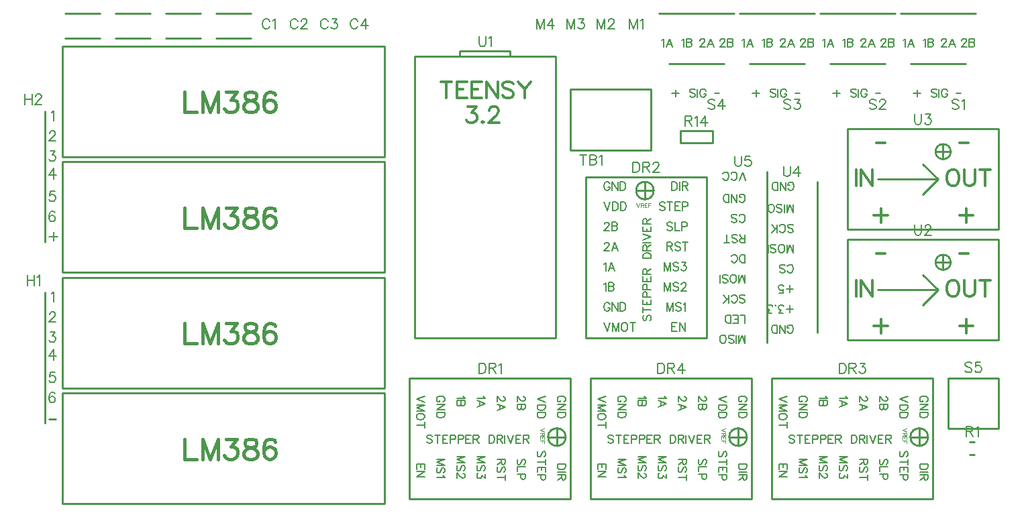
<source format=gbr>
G04 DipTrace 3.3.1.3*
G04 TopSilk.gbr*
%MOIN*%
G04 #@! TF.FileFunction,Legend,Top*
G04 #@! TF.Part,Single*
%ADD10C,0.009843*%
%ADD71C,0.00772*%
%ADD72C,0.009264*%
%ADD74C,0.012351*%
%ADD75C,0.006176*%
%ADD76C,0.003088*%
%ADD77C,0.015439*%
%FSLAX26Y26*%
G04*
G70*
G90*
G75*
G01*
G04 TopSilk*
%LPD*%
X2393700Y2643762D2*
D10*
X3093700D1*
Y1243700D1*
X2393700D1*
Y2643762D1*
X2618680Y2668700D2*
X2868720D1*
Y2643762D1*
X2618680D1*
Y2668700D1*
X3168700Y1043700D2*
X2368700D1*
Y443700D1*
X3168700D1*
Y1043700D1*
X3056220Y749940D2*
G02X3056220Y749940I43760J0D01*
G01*
X3143740D2*
X3056220D1*
X3099900Y793680D2*
X3099980Y706200D1*
X3243700Y2043700D2*
X3843700D1*
Y1243700D1*
X3243700D1*
Y2043700D1*
X3493720Y1974980D2*
G02X3493720Y1974980I43740J0D01*
G01*
X3537460Y2018740D2*
Y1931220D1*
X3493720Y1974900D2*
X3581200Y1974980D1*
X4968700Y1043700D2*
X4168700D1*
Y443700D1*
X4968700D1*
Y1043700D1*
X4856220Y749940D2*
G02X4856220Y749940I43760J0D01*
G01*
X4943740D2*
X4856220D1*
X4899900Y793680D2*
X4899980Y706200D1*
X4068700Y1043700D2*
X3268700D1*
Y443700D1*
X4068700D1*
Y1043700D1*
X3956220Y749940D2*
G02X3956220Y749940I43760J0D01*
G01*
X4043740D2*
X3956220D1*
X3999900Y793680D2*
X3999980Y706200D1*
X4806200Y2856202D2*
X5181200D1*
X4406200D2*
X4781200D1*
X4006200D2*
X4381200D1*
X3606200D2*
X3981200D1*
X4856200Y2606201D2*
X5131200D1*
X4456200D2*
X4731200D1*
X4056200D2*
X4331200D1*
X3656200D2*
X3931200D1*
X656200Y2731200D2*
X831200D1*
X656200Y2856200D2*
X831200D1*
X906200Y2731200D2*
X1081200D1*
X906200Y2856200D2*
X1081200D1*
X1156200Y2731200D2*
X1331200D1*
X1156200Y2856200D2*
X1331200D1*
X1406200Y2731200D2*
X1581200D1*
X1406200Y2856200D2*
X1581200D1*
X556201Y2368712D2*
Y1718688D1*
X4543700Y1731205D2*
X5293700D1*
Y1231196D1*
X4543700D1*
Y1731205D1*
X4693700Y1481201D2*
X4993700D1*
X4918700Y1556207D1*
X4993700Y1481201D2*
X4918700Y1406194D1*
X4981175Y1618695D2*
G02X4981175Y1618695I37500J0D01*
G01*
X5018675Y1656198D2*
Y1581192D1*
X4981175Y1618695D2*
X5056175D1*
X4543700Y2281205D2*
X5293700D1*
Y1781196D1*
X4543700D1*
Y2281205D1*
X4693700Y2031201D2*
X4993700D1*
X4918700Y2106207D1*
X4993700Y2031201D2*
X4918700Y1956194D1*
X4981175Y2168695D2*
G02X4981175Y2168695I37500J0D01*
G01*
X5018675Y2206198D2*
Y2131192D1*
X4981175Y2168695D2*
X5056175D1*
X4395199Y2018709D2*
Y1268692D1*
X4143696Y2068714D2*
Y1218633D1*
X3713550Y2273700D2*
Y2213700D1*
X3873850Y2273700D2*
X3713550D1*
X3873850D2*
Y2213700D1*
X3713550D1*
X2243700Y2693700D2*
X643700D1*
Y2143700D1*
X2243700D1*
Y2693700D1*
Y2118700D2*
X643700D1*
Y1568700D1*
X2243700D1*
Y2118700D1*
Y1543700D2*
X643700D1*
Y993700D1*
X2243700D1*
Y1543700D1*
Y968700D2*
X643700D1*
Y418700D1*
X2243700D1*
Y968700D1*
X556201Y1468712D2*
Y818688D1*
X3168700Y2479949D2*
X3568700D1*
Y2174899D1*
X3168700D1*
Y2479949D1*
X5043700Y793706D2*
X5293700D1*
Y1043694D1*
X5043700D1*
Y793706D1*
X5151802Y662235D2*
X5175361D1*
X5151802Y725165D2*
X5175361D1*
X2713237Y2741923D2*
D71*
Y2706053D1*
X2715614Y2698868D1*
X2720422Y2694115D1*
X2727607Y2691683D1*
X2732360D1*
X2739545Y2694115D1*
X2744354Y2698868D1*
X2746730Y2706053D1*
Y2741923D1*
X2762170Y2732306D2*
X2766978Y2734738D1*
X2774163Y2741868D1*
Y2691683D1*
X2713771Y1116923D2*
Y1066683D1*
X2730517D1*
X2737702Y1069115D1*
X2742511Y1073868D1*
X2744887Y1078677D1*
X2747264Y1085806D1*
Y1097800D1*
X2744887Y1104985D1*
X2742511Y1109738D1*
X2737702Y1114546D1*
X2730517Y1116923D1*
X2713771D1*
X2762703Y1092991D2*
X2784203D1*
X2791388Y1095423D1*
X2793820Y1097800D1*
X2796197Y1102553D1*
Y1107361D1*
X2793820Y1112115D1*
X2791388Y1114546D1*
X2784203Y1116923D1*
X2762703D1*
Y1066683D1*
X2779450Y1092991D2*
X2796197Y1066683D1*
X2811636Y1107306D2*
X2816444Y1109738D1*
X2823629Y1116868D1*
Y1066683D1*
X3478021Y2116923D2*
Y2066683D1*
X3494767D1*
X3501952Y2069115D1*
X3506761Y2073868D1*
X3509137Y2078677D1*
X3511514Y2085806D1*
Y2097800D1*
X3509137Y2104985D1*
X3506761Y2109738D1*
X3501952Y2114546D1*
X3494767Y2116923D1*
X3478021D1*
X3526953Y2092991D2*
X3548453D1*
X3555638Y2095423D1*
X3558070Y2097800D1*
X3560447Y2102553D1*
Y2107361D1*
X3558070Y2112115D1*
X3555638Y2114546D1*
X3548453Y2116923D1*
X3526953D1*
Y2066683D1*
X3543700Y2092991D2*
X3560447Y2066683D1*
X3578318Y2104930D2*
Y2107306D1*
X3580694Y2112115D1*
X3583071Y2114491D1*
X3587879Y2116868D1*
X3597441D1*
X3602194Y2114491D1*
X3604571Y2112115D1*
X3607003Y2107306D1*
Y2102553D1*
X3604571Y2097745D1*
X3599818Y2090615D1*
X3575886Y2066683D1*
X3609379D1*
X4503021Y1116923D2*
Y1066683D1*
X4519767D1*
X4526952Y1069115D1*
X4531761Y1073868D1*
X4534137Y1078677D1*
X4536514Y1085806D1*
Y1097800D1*
X4534137Y1104985D1*
X4531761Y1109738D1*
X4526952Y1114546D1*
X4519767Y1116923D1*
X4503021D1*
X4551953Y1092991D2*
X4573453D1*
X4580638Y1095423D1*
X4583070Y1097800D1*
X4585447Y1102553D1*
Y1107361D1*
X4583070Y1112115D1*
X4580638Y1114546D1*
X4573453Y1116923D1*
X4551953D1*
Y1066683D1*
X4568700Y1092991D2*
X4585447Y1066683D1*
X4605694Y1116868D2*
X4631947D1*
X4617633Y1097745D1*
X4624818D1*
X4629571Y1095368D1*
X4631947Y1092991D1*
X4634379Y1085806D1*
Y1081053D1*
X4631947Y1073868D1*
X4627194Y1069060D1*
X4620009Y1066683D1*
X4612824D1*
X4605694Y1069060D1*
X4603318Y1071492D1*
X4600886Y1076245D1*
X3601832Y1116923D2*
Y1066683D1*
X3618579D1*
X3625764Y1069115D1*
X3630573Y1073868D1*
X3632949Y1078677D1*
X3635326Y1085806D1*
Y1097800D1*
X3632949Y1104985D1*
X3630573Y1109738D1*
X3625764Y1114546D1*
X3618579Y1116923D1*
X3601832D1*
X3650765Y1092991D2*
X3672265D1*
X3679450Y1095423D1*
X3681882Y1097800D1*
X3684258Y1102553D1*
Y1107361D1*
X3681882Y1112115D1*
X3679450Y1114546D1*
X3672265Y1116923D1*
X3650765D1*
Y1066683D1*
X3667512Y1092991D2*
X3684258Y1066683D1*
X3723629D2*
Y1116868D1*
X3699698Y1083430D1*
X3735568D1*
X3499107Y2779185D2*
Y2829425D1*
X3479984Y2779185D1*
X3460860Y2829425D1*
Y2779185D1*
X3514546Y2819808D2*
X3519355Y2822240D1*
X3526540Y2829370D1*
Y2779185D1*
X3338357D2*
Y2829425D1*
X3319234Y2779185D1*
X3300110Y2829425D1*
Y2779185D1*
X3356228Y2817432D2*
Y2819808D1*
X3358605Y2824617D1*
X3360981Y2826993D1*
X3365790Y2829370D1*
X3375351D1*
X3380105Y2826993D1*
X3382481Y2824617D1*
X3384913Y2819808D1*
Y2815055D1*
X3382481Y2810247D1*
X3377728Y2803117D1*
X3353796Y2779185D1*
X3387290D1*
X3188357D2*
Y2829425D1*
X3169234Y2779185D1*
X3150110Y2829425D1*
Y2779185D1*
X3208605Y2829370D2*
X3234858D1*
X3220543Y2810247D1*
X3227728D1*
X3232481Y2807870D1*
X3234858Y2805493D1*
X3237290Y2798308D1*
Y2793555D1*
X3234858Y2786370D1*
X3230105Y2781562D1*
X3222919Y2779185D1*
X3215734D1*
X3208605Y2781562D1*
X3206228Y2783993D1*
X3203796Y2788747D1*
X3037169Y2779185D2*
Y2829425D1*
X3018045Y2779185D1*
X2998922Y2829425D1*
Y2779185D1*
X3076540D2*
Y2829370D1*
X3052608Y2795932D1*
X3088478D1*
X5096730Y2422239D2*
X5091977Y2427047D1*
X5084792Y2429424D1*
X5075230D1*
X5068045Y2427047D1*
X5063237Y2422239D1*
Y2417486D1*
X5065669Y2412677D1*
X5068045Y2410300D1*
X5072799Y2407924D1*
X5087169Y2403115D1*
X5091977Y2400739D1*
X5094354Y2398307D1*
X5096730Y2393554D1*
Y2386369D1*
X5091977Y2381616D1*
X5084792Y2379184D1*
X5075230D1*
X5068045Y2381616D1*
X5063237Y2386369D1*
X5112170Y2419807D2*
X5116978Y2422239D1*
X5124163Y2429368D1*
Y2379184D1*
X4685980Y2422239D2*
X4681227Y2427047D1*
X4674042Y2429424D1*
X4664481D1*
X4657295Y2427047D1*
X4652487Y2422239D1*
Y2417486D1*
X4654919Y2412677D1*
X4657295Y2410300D1*
X4662049Y2407924D1*
X4676419Y2403115D1*
X4681227Y2400739D1*
X4683604Y2398307D1*
X4685980Y2393554D1*
Y2386369D1*
X4681227Y2381616D1*
X4674042Y2379184D1*
X4664481D1*
X4657295Y2381616D1*
X4652487Y2386369D1*
X4703851Y2417430D2*
Y2419807D1*
X4706228Y2424615D1*
X4708605Y2426992D1*
X4713413Y2429368D1*
X4722975D1*
X4727728Y2426992D1*
X4730105Y2424615D1*
X4732536Y2419807D1*
Y2415054D1*
X4730105Y2410245D1*
X4725351Y2403115D1*
X4701420Y2379184D1*
X4734913D1*
X4260980Y2422239D2*
X4256227Y2427047D1*
X4249042Y2429424D1*
X4239481D1*
X4232295Y2427047D1*
X4227487Y2422239D1*
Y2417486D1*
X4229919Y2412677D1*
X4232295Y2410300D1*
X4237049Y2407924D1*
X4251419Y2403115D1*
X4256227Y2400739D1*
X4258604Y2398307D1*
X4260980Y2393554D1*
Y2386369D1*
X4256227Y2381616D1*
X4249042Y2379184D1*
X4239481D1*
X4232295Y2381616D1*
X4227487Y2386369D1*
X4281228Y2429368D2*
X4307481D1*
X4293166Y2410245D1*
X4300351D1*
X4305105Y2407869D1*
X4307481Y2405492D1*
X4309913Y2398307D1*
Y2393554D1*
X4307481Y2386369D1*
X4302728Y2381560D1*
X4295543Y2379184D1*
X4288358D1*
X4281228Y2381560D1*
X4278851Y2383992D1*
X4276420Y2388745D1*
X3884792Y2422239D2*
X3880039Y2427047D1*
X3872854Y2429424D1*
X3863292D1*
X3856107Y2427047D1*
X3851299Y2422239D1*
Y2417486D1*
X3853731Y2412677D1*
X3856107Y2410300D1*
X3860860Y2407924D1*
X3875230Y2403115D1*
X3880039Y2400739D1*
X3882415Y2398307D1*
X3884792Y2393554D1*
Y2386369D1*
X3880039Y2381616D1*
X3872854Y2379184D1*
X3863292D1*
X3856107Y2381616D1*
X3851299Y2386369D1*
X3924163Y2379184D2*
Y2429368D1*
X3900231Y2395930D1*
X3936101D1*
X1672919Y2817485D2*
X1670542Y2822238D1*
X1665734Y2827046D1*
X1660980Y2829423D1*
X1651419D1*
X1646610Y2827046D1*
X1641857Y2822238D1*
X1639425Y2817485D1*
X1637049Y2810300D1*
Y2798306D1*
X1639425Y2791177D1*
X1641857Y2786368D1*
X1646610Y2781615D1*
X1651419Y2779183D1*
X1660980D1*
X1665734Y2781615D1*
X1670542Y2786368D1*
X1672919Y2791177D1*
X1688358Y2819806D2*
X1693166Y2822238D1*
X1700351Y2829368D1*
Y2779183D1*
X1812169Y2817485D2*
X1809792Y2822238D1*
X1804984Y2827046D1*
X1800230Y2829423D1*
X1790669D1*
X1785860Y2827046D1*
X1781107Y2822238D1*
X1778675Y2817485D1*
X1776299Y2810300D1*
Y2798306D1*
X1778675Y2791177D1*
X1781107Y2786368D1*
X1785860Y2781615D1*
X1790669Y2779183D1*
X1800230D1*
X1804984Y2781615D1*
X1809792Y2786368D1*
X1812169Y2791177D1*
X1830040Y2817430D2*
Y2819806D1*
X1832416Y2824615D1*
X1834793Y2826991D1*
X1839601Y2829368D1*
X1849163D1*
X1853916Y2826991D1*
X1856293Y2824615D1*
X1858725Y2819806D1*
Y2815053D1*
X1856293Y2810245D1*
X1851540Y2803115D1*
X1827608Y2779183D1*
X1861101D1*
X1962169Y2817485D2*
X1959792Y2822238D1*
X1954984Y2827046D1*
X1950230Y2829423D1*
X1940669D1*
X1935860Y2827046D1*
X1931107Y2822238D1*
X1928675Y2817485D1*
X1926299Y2810300D1*
Y2798306D1*
X1928675Y2791177D1*
X1931107Y2786368D1*
X1935860Y2781615D1*
X1940669Y2779183D1*
X1950230D1*
X1954984Y2781615D1*
X1959792Y2786368D1*
X1962169Y2791177D1*
X1982416Y2829368D2*
X2008669D1*
X1994355Y2810245D1*
X2001540D1*
X2006293Y2807868D1*
X2008669Y2805491D1*
X2011101Y2798306D1*
Y2793553D1*
X2008669Y2786368D1*
X2003916Y2781560D1*
X1996731Y2779183D1*
X1989546D1*
X1982416Y2781560D1*
X1980040Y2783992D1*
X1977608Y2788745D1*
X2110980Y2817485D2*
X2108604Y2822238D1*
X2103795Y2827046D1*
X2099042Y2829423D1*
X2089481D1*
X2084672Y2827046D1*
X2079919Y2822238D1*
X2077487Y2817485D1*
X2075110Y2810300D1*
Y2798306D1*
X2077487Y2791177D1*
X2079919Y2786368D1*
X2084672Y2781615D1*
X2089481Y2779183D1*
X2099042D1*
X2103795Y2781615D1*
X2108604Y2786368D1*
X2110980Y2791177D1*
X2150351Y2779183D2*
Y2829368D1*
X2126420Y2795930D1*
X2162290D1*
X458738Y2454423D2*
Y2404183D1*
X492231Y2454423D2*
Y2404183D1*
X458738Y2430491D2*
X492231D1*
X510102Y2442430D2*
Y2444806D1*
X512479Y2449615D1*
X514855Y2451991D1*
X519664Y2454368D1*
X529225D1*
X533979Y2451991D1*
X536355Y2449615D1*
X538787Y2444806D1*
Y2440053D1*
X536355Y2435245D1*
X531602Y2428115D1*
X507670Y2404183D1*
X541164D1*
X4877487Y1804428D2*
Y1768558D1*
X4879864Y1761373D1*
X4884672Y1756620D1*
X4891857Y1754188D1*
X4896610D1*
X4903795Y1756620D1*
X4908604Y1761373D1*
X4910980Y1768558D1*
Y1804428D1*
X4928851Y1792434D2*
Y1794811D1*
X4931228Y1799619D1*
X4933605Y1801996D1*
X4938413Y1804372D1*
X4947975D1*
X4952728Y1801996D1*
X4955105Y1799619D1*
X4957536Y1794811D1*
Y1790058D1*
X4955105Y1785249D1*
X4950351Y1778119D1*
X4926420Y1754188D1*
X4959913D1*
X4877487Y2354428D2*
Y2318558D1*
X4879864Y2311373D1*
X4884672Y2306620D1*
X4891857Y2304188D1*
X4896610D1*
X4903795Y2306620D1*
X4908604Y2311373D1*
X4910980Y2318558D1*
Y2354428D1*
X4931228Y2354372D2*
X4957481D1*
X4943166Y2335249D1*
X4950351D1*
X4955105Y2332873D1*
X4957481Y2330496D1*
X4959913Y2323311D1*
Y2318558D1*
X4957481Y2311373D1*
X4952728Y2306564D1*
X4945543Y2304188D1*
X4938358D1*
X4931228Y2306564D1*
X4928851Y2308996D1*
X4926420Y2313749D1*
X4226147Y2096473D2*
Y2060603D1*
X4228523Y2053418D1*
X4233332Y2048665D1*
X4240517Y2046233D1*
X4245270D1*
X4252455Y2048665D1*
X4257263Y2053418D1*
X4259640Y2060603D1*
Y2096473D1*
X4299011Y2046233D2*
Y2096418D1*
X4275079Y2062980D1*
X4310949D1*
X3984030Y2146459D2*
Y2110589D1*
X3986407Y2103404D1*
X3991215Y2098650D1*
X3998400Y2096219D1*
X4003154D1*
X4010339Y2098650D1*
X4015147Y2103404D1*
X4017524Y2110589D1*
Y2146459D1*
X4061648Y2146403D2*
X4037771D1*
X4035395Y2124903D1*
X4037771Y2127280D1*
X4044956Y2129712D1*
X4052086D1*
X4059271Y2127280D1*
X4064080Y2122527D1*
X4066456Y2115342D1*
Y2110589D1*
X4064080Y2103404D1*
X4059271Y2098595D1*
X4052086Y2096219D1*
X4044956D1*
X4037771Y2098595D1*
X4035395Y2101027D1*
X4032963Y2105780D1*
X3737582Y2322991D2*
X3759082D1*
X3766267Y2325423D1*
X3768699Y2327800D1*
X3771076Y2332553D1*
Y2337361D1*
X3768699Y2342115D1*
X3766267Y2344546D1*
X3759082Y2346923D1*
X3737582D1*
Y2296683D1*
X3754329Y2322991D2*
X3771076Y2296683D1*
X3786515Y2337306D2*
X3791323Y2339738D1*
X3798508Y2346868D1*
Y2296683D1*
X3837879D2*
Y2346868D1*
X3813948Y2313430D1*
X3849818D1*
X469488Y1554423D2*
Y1504183D1*
X502981Y1554423D2*
Y1504183D1*
X469488Y1530491D2*
X502981D1*
X518420Y1544806D2*
X523229Y1547238D1*
X530414Y1554368D1*
Y1504183D1*
X3230517Y2153172D2*
Y2102932D1*
X3213771Y2153172D2*
X3247264D1*
X3262703D2*
Y2102932D1*
X3284258D1*
X3291443Y2105364D1*
X3293820Y2107741D1*
X3296197Y2112494D1*
Y2119679D1*
X3293820Y2124488D1*
X3291443Y2126864D1*
X3284258Y2129241D1*
X3291443Y2131673D1*
X3293820Y2134049D1*
X3296197Y2138802D1*
Y2143611D1*
X3293820Y2148364D1*
X3291443Y2150796D1*
X3284258Y2153172D1*
X3262703D1*
Y2129241D2*
X3284258D1*
X3311636Y2143556D2*
X3316444Y2145987D1*
X3323629Y2153117D1*
Y2102932D1*
X5160980Y1114266D2*
X5156227Y1119074D1*
X5149042Y1121451D1*
X5139481D1*
X5132295Y1119074D1*
X5127487Y1114266D1*
Y1109512D1*
X5129919Y1104704D1*
X5132295Y1102327D1*
X5137049Y1099951D1*
X5151419Y1095142D1*
X5156227Y1092766D1*
X5158604Y1090334D1*
X5160980Y1085581D1*
Y1078396D1*
X5156227Y1073642D1*
X5149042Y1071211D1*
X5139481D1*
X5132295Y1073642D1*
X5127487Y1078396D1*
X5205105Y1121395D2*
X5181228D1*
X5178851Y1099896D1*
X5181228Y1102272D1*
X5188413Y1104704D1*
X5195543D1*
X5202728Y1102272D1*
X5207536Y1097519D1*
X5209913Y1090334D1*
Y1085581D1*
X5207536Y1078396D1*
X5202728Y1073587D1*
X5195543Y1071211D1*
X5188413D1*
X5181228Y1073587D1*
X5178851Y1076019D1*
X5176420Y1080772D1*
X5133119Y778424D2*
X5154619D1*
X5161804Y780856D1*
X5164236Y783233D1*
X5166612Y787986D1*
Y792795D1*
X5164236Y797548D1*
X5161804Y799980D1*
X5154619Y802356D1*
X5133119D1*
Y752116D1*
X5149866Y778424D2*
X5166612Y752116D1*
X5182051Y792739D2*
X5186860Y795171D1*
X5194045Y802301D1*
Y752116D1*
X598841Y1768340D2*
Y1725285D1*
X577341Y1746785D2*
X620396D1*
X578113Y838392D2*
D72*
X611274D1*
X589841Y2362344D2*
D71*
X594649Y2364775D1*
X601834Y2371905D1*
Y2321720D1*
X579773Y2259967D2*
Y2262344D1*
X582149Y2267152D1*
X584526Y2269529D1*
X589334Y2271905D1*
X598896D1*
X603649Y2269529D1*
X606026Y2267152D1*
X608457Y2262344D1*
Y2257590D1*
X606026Y2252782D1*
X601272Y2245652D1*
X577341Y2221720D1*
X610834D1*
X582149Y2171905D2*
X608402D1*
X594087Y2152782D1*
X601272D1*
X606026Y2150405D1*
X608402Y2148029D1*
X610834Y2140844D1*
Y2136091D1*
X608402Y2128906D1*
X603649Y2124097D1*
X596464Y2121720D1*
X589279D1*
X582149Y2124097D1*
X579773Y2126529D1*
X577341Y2131282D1*
X601272Y2034220D2*
Y2084405D1*
X577341Y2050967D1*
X613211D1*
X606026Y1971905D2*
X582149D1*
X579773Y1950405D1*
X582149Y1952782D1*
X589334Y1955214D1*
X596464D1*
X603649Y1952782D1*
X608457Y1948029D1*
X610834Y1940844D1*
Y1936091D1*
X608457Y1928906D1*
X603649Y1924097D1*
X596464Y1921720D1*
X589334D1*
X582149Y1924097D1*
X579773Y1926529D1*
X577341Y1931282D1*
X606026Y1864775D2*
X603649Y1869529D1*
X596464Y1871905D1*
X591711D1*
X584526Y1869529D1*
X579717Y1862344D1*
X577341Y1850405D1*
Y1838467D1*
X579717Y1828906D1*
X584526Y1824097D1*
X591711Y1821720D1*
X594087D1*
X601217Y1824097D1*
X606026Y1828906D1*
X608402Y1836091D1*
Y1838467D1*
X606026Y1845652D1*
X601217Y1850405D1*
X594087Y1852782D1*
X591711D1*
X584526Y1850405D1*
X579717Y1845652D1*
X577341Y1838467D1*
X589841Y1462344D2*
X594649Y1464775D1*
X601834Y1471905D1*
Y1421720D1*
X579773Y1359967D2*
Y1362344D1*
X582149Y1367152D1*
X584526Y1369529D1*
X589334Y1371905D1*
X598896D1*
X603649Y1369529D1*
X606026Y1367152D1*
X608457Y1362344D1*
Y1357590D1*
X606026Y1352782D1*
X601272Y1345652D1*
X577341Y1321720D1*
X610834D1*
X582149Y1271905D2*
X608402D1*
X594087Y1252782D1*
X601272D1*
X606026Y1250405D1*
X608402Y1248029D1*
X610834Y1240844D1*
Y1236091D1*
X608402Y1228906D1*
X603649Y1224097D1*
X596464Y1221720D1*
X589279D1*
X582149Y1224097D1*
X579773Y1226529D1*
X577341Y1231282D1*
X601272Y1134220D2*
Y1184405D1*
X577341Y1150967D1*
X613211D1*
X606026Y1071905D2*
X582149D1*
X579773Y1050405D1*
X582149Y1052782D1*
X589334Y1055214D1*
X596464D1*
X603649Y1052782D1*
X608457Y1048029D1*
X610834Y1040844D1*
Y1036091D1*
X608457Y1028906D1*
X603649Y1024097D1*
X596464Y1021720D1*
X589334D1*
X582149Y1024097D1*
X579773Y1026529D1*
X577341Y1031282D1*
X606026Y964775D2*
X603649Y969529D1*
X596464Y971905D1*
X591711D1*
X584526Y969529D1*
X579717Y962344D1*
X577341Y950405D1*
Y938467D1*
X579717Y928906D1*
X584526Y924097D1*
X591711Y921720D1*
X594087D1*
X601217Y924097D1*
X606026Y928906D1*
X608402Y936091D1*
Y938467D1*
X606026Y945652D1*
X601217Y950405D1*
X594087Y952782D1*
X591711D1*
X584526Y950405D1*
X579717Y945652D1*
X577341Y938467D1*
X2551690Y2516594D2*
D74*
Y2436210D1*
X2524896Y2516594D2*
X2578485D1*
X2652886D2*
X2603188D1*
Y2436210D1*
X2652886D1*
X2603188Y2478303D2*
X2633785D1*
X2727287Y2516594D2*
X2677589D1*
Y2436210D1*
X2727287D1*
X2677589Y2478303D2*
X2708186D1*
X2805579Y2516594D2*
Y2436210D1*
X2751990Y2516594D1*
Y2436210D1*
X2883872Y2505098D2*
X2876267Y2512791D1*
X2864770Y2516594D1*
X2849472D1*
X2837976Y2512791D1*
X2830282Y2505098D1*
Y2497492D1*
X2834173Y2489799D1*
X2837976Y2485996D1*
X2845581Y2482194D1*
X2868573Y2474500D1*
X2876267Y2470698D1*
X2880069Y2466807D1*
X2883872Y2459202D1*
Y2447706D1*
X2876267Y2440101D1*
X2864770Y2436210D1*
X2849472D1*
X2837976Y2440101D1*
X2830282Y2447706D1*
X2908574Y2516594D2*
X2939172Y2478303D1*
Y2436210D1*
X2969769Y2516594D2*
X2939172Y2478303D1*
X2657539Y2391533D2*
X2699544D1*
X2676640Y2360935D1*
X2688136D1*
X2695742Y2357133D1*
X2699544Y2353330D1*
X2703435Y2341834D1*
Y2334229D1*
X2699544Y2322733D1*
X2691939Y2315040D1*
X2680443Y2311237D1*
X2668947D1*
X2657539Y2315040D1*
X2653737Y2318931D1*
X2649846Y2326536D1*
X2731940Y2318931D2*
X2728138Y2315040D1*
X2731940Y2311237D1*
X2735831Y2315040D1*
X2731940Y2318931D1*
X2764425Y2372432D2*
Y2376234D1*
X2768228Y2383928D1*
X2772030Y2387730D1*
X2779724Y2391533D1*
X2795022D1*
X2802627Y2387730D1*
X2806430Y2383928D1*
X2810321Y2376234D1*
Y2368629D1*
X2806430Y2360935D1*
X2798825Y2349528D1*
X2760534Y2311237D1*
X2814123D1*
X3133102Y924436D2*
D75*
X3136905Y926337D1*
X3140752Y930184D1*
X3142653Y933987D1*
Y941636D1*
X3140752Y945483D1*
X3136905Y949285D1*
X3133102Y951231D1*
X3127354Y953132D1*
X3117760D1*
X3112056Y951231D1*
X3108209Y949285D1*
X3104406Y945483D1*
X3102461Y941636D1*
Y933987D1*
X3104406Y930184D1*
X3108209Y926337D1*
X3112056Y924436D1*
X3117760D1*
Y933987D1*
X3142653Y885290D2*
X3102461D1*
X3142653Y912085D1*
X3102461D1*
X3142653Y872939D2*
X3102461D1*
Y859541D1*
X3104407Y853793D1*
X3108209Y849947D1*
X3112056Y848045D1*
X3117760Y846144D1*
X3127354D1*
X3133102Y848045D1*
X3136905Y849947D1*
X3140752Y853793D1*
X3142653Y859541D1*
Y872939D1*
X3036877Y792136D2*
D76*
X3016780Y784487D1*
X3036876Y776837D1*
X3027304Y770662D2*
Y762062D1*
X3028277Y759188D1*
X3029227Y758215D1*
X3031128Y757264D1*
X3033052D1*
X3034953Y758215D1*
X3035926Y759188D1*
X3036876Y762062D1*
Y770662D1*
X3016780D1*
X3027304Y763963D2*
X3016780Y757264D1*
X3036876Y738664D2*
Y751089D1*
X3016780D1*
X3016781Y738664D1*
X3027304Y751089D2*
Y743439D1*
X3036876Y720042D2*
Y732488D1*
X3016781D1*
X3027304D2*
Y724839D1*
X3042653Y953132D2*
D75*
X3002461Y937833D1*
X3042653Y922535D1*
Y910183D2*
X3002461Y910184D1*
Y896786D1*
X3004406Y891038D1*
X3008209Y887191D1*
X3012056Y885290D1*
X3017760Y883389D1*
X3027354D1*
X3033102Y885290D1*
X3036905Y887191D1*
X3040752Y891038D1*
X3042653Y896786D1*
Y910183D1*
Y871037D2*
X3002461D1*
Y857640D1*
X3004407Y851892D1*
X3008209Y848045D1*
X3012056Y846144D1*
X3017760Y844243D1*
X3027354D1*
X3033102Y846144D1*
X3036905Y848045D1*
X3040752Y851892D1*
X3042653Y857640D1*
Y871037D1*
X2932978Y951187D2*
X2934880D1*
X2938726Y949285D1*
X2940628Y947384D1*
X2942529Y943537D1*
Y935888D1*
X2940628Y932085D1*
X2938726Y930184D1*
X2934879Y928239D1*
X2931077D1*
X2927230Y930184D1*
X2921526Y933987D1*
X2902381Y953132D1*
Y926337D1*
X2942573Y913986D2*
X2902381D1*
Y896742D1*
X2904326Y890994D1*
X2906228Y889093D1*
X2910030Y887191D1*
X2915778D1*
X2919625Y889093D1*
X2921526Y890994D1*
X2923428Y896742D1*
X2925373Y890994D1*
X2927274Y889093D1*
X2931077Y887191D1*
X2934924D1*
X2938726Y889093D1*
X2940672Y890994D1*
X2942573Y896742D1*
Y913986D1*
X2923428D2*
Y896742D1*
X2832978Y951187D2*
X2834880D1*
X2838726Y949285D1*
X2840628Y947384D1*
X2842529Y943537D1*
Y935888D1*
X2840628Y932085D1*
X2838726Y930184D1*
X2834879Y928239D1*
X2831077D1*
X2827230Y930184D1*
X2821526Y933987D1*
X2802381Y953132D1*
Y926337D1*
Y883345D2*
X2842573Y898687D1*
X2802381Y913986D1*
X2815778Y908238D2*
Y889093D1*
X2533102Y924436D2*
X2536905Y926337D1*
X2540752Y930184D1*
X2542653Y933987D1*
Y941636D1*
X2540752Y945483D1*
X2536905Y949285D1*
X2533102Y951231D1*
X2527354Y953132D1*
X2517760D1*
X2512056Y951231D1*
X2508209Y949285D1*
X2504406Y945483D1*
X2502461Y941636D1*
Y933987D1*
X2504406Y930184D1*
X2508209Y926337D1*
X2512056Y924436D1*
X2517760D1*
Y933987D1*
X2542653Y885290D2*
X2502461D1*
X2542653Y912085D1*
X2502461D1*
X2542653Y872939D2*
X2502461D1*
Y859541D1*
X2504407Y853793D1*
X2508209Y849947D1*
X2512056Y848045D1*
X2517760Y846144D1*
X2527354D1*
X2533102Y848045D1*
X2536905Y849947D1*
X2540752Y853793D1*
X2542653Y859541D1*
Y872939D1*
X2442653Y953132D2*
X2402461Y937833D1*
X2442653Y922535D1*
X2402461Y879586D2*
X2442653D1*
X2402461Y894885D1*
X2442653Y910183D1*
X2402461Y910184D1*
X2442653Y855739D2*
X2440752Y859586D1*
X2436905Y863388D1*
X2433102Y865334D1*
X2427354Y867235D1*
X2417760D1*
X2412056Y865334D1*
X2408209Y863388D1*
X2404407Y859586D1*
X2402461Y855739D1*
Y848090D1*
X2404407Y844287D1*
X2408209Y840440D1*
X2412056Y838539D1*
X2417760Y836638D1*
X2427354D1*
X2433102Y838539D1*
X2436905Y840440D1*
X2440752Y844287D1*
X2442653Y848090D1*
Y855739D1*
Y810889D2*
X2402461D1*
X2442653Y824286D2*
Y797492D1*
X2734880Y953132D2*
X2736825Y949285D1*
X2742529Y943537D1*
X2702381D1*
Y900545D2*
X2742573Y915887D1*
X2702381Y931186D1*
X2715778Y925438D2*
Y906293D1*
X2634880Y953132D2*
X2636825Y949285D1*
X2642529Y943537D1*
X2602381D1*
X2642573Y931186D2*
X2602381D1*
Y913942D1*
X2604326Y908194D1*
X2606228Y906293D1*
X2610030Y904391D1*
X2615778D1*
X2619625Y906293D1*
X2621526Y908194D1*
X2623428Y913942D1*
X2625373Y908194D1*
X2627274Y906293D1*
X2631077Y904391D1*
X2634924D1*
X2638726Y906292D1*
X2640672Y908194D1*
X2642573Y913942D1*
Y931186D1*
X2623428D2*
Y913942D1*
X2442653Y590783D2*
Y615632D1*
X2402461D1*
Y590783D1*
X2423508Y615632D2*
Y600333D1*
X2442653Y551637D2*
X2402461D1*
X2442653Y578431D1*
X2402461Y578432D1*
X2502461Y610055D2*
X2542653D1*
X2502461Y625353D1*
X2542653Y640652D1*
X2502461D1*
X2536905Y570909D2*
X2540752Y574711D1*
X2542653Y580459D1*
Y588109D1*
X2540752Y593857D1*
X2536905Y597703D1*
X2533102D1*
X2529256Y595758D1*
X2527354Y593857D1*
X2525453Y590054D1*
X2521606Y578558D1*
X2519705Y574711D1*
X2517760Y572810D1*
X2513957Y570909D1*
X2508209D1*
X2504406Y574711D1*
X2502461Y580459D1*
Y588109D1*
X2504406Y593857D1*
X2508209Y597704D1*
X2534959Y558557D2*
X2536905Y554711D1*
X2542609Y548963D1*
X2502461D1*
X2823508Y640652D2*
Y623452D1*
X2825453Y617704D1*
X2827354Y615759D1*
X2831157Y613857D1*
X2835004D1*
X2838806Y615759D1*
X2840752Y617704D1*
X2842653Y623452D1*
Y640652D1*
X2802461D1*
X2823508Y627255D2*
X2802461Y613857D1*
X2836905Y574711D2*
X2840752Y578514D1*
X2842653Y584262D1*
Y591911D1*
X2840752Y597659D1*
X2836905Y601506D1*
X2833102D1*
X2829256Y599561D1*
X2827354Y597659D1*
X2825453Y593857D1*
X2821606Y582361D1*
X2819705Y578514D1*
X2817760Y576613D1*
X2813957Y574711D1*
X2808209D1*
X2804406Y578514D1*
X2802461Y584262D1*
Y591911D1*
X2804406Y597659D1*
X2808209Y601506D1*
X2842653Y548963D2*
X2802461D1*
X2842653Y562360D2*
Y535565D1*
X2702461Y622535D2*
X2742653D1*
X2702461Y637833D1*
X2742653Y653132D1*
X2702461D1*
X2736905Y583389D2*
X2740752Y587191D1*
X2742653Y592939D1*
Y600589D1*
X2740752Y606337D1*
X2736905Y610183D1*
X2733102D1*
X2729256Y608238D1*
X2727354Y606337D1*
X2725453Y602534D1*
X2721606Y591038D1*
X2719705Y587191D1*
X2717760Y585290D1*
X2713957Y583389D1*
X2708209D1*
X2704406Y587191D1*
X2702461Y592939D1*
Y600589D1*
X2704406Y606337D1*
X2708209Y610184D1*
X2742609Y567191D2*
Y546188D1*
X2727310Y557640D1*
Y551892D1*
X2725409Y548090D1*
X2723508Y546188D1*
X2717760Y544243D1*
X2713957D1*
X2708209Y546188D1*
X2704362Y549991D1*
X2702461Y555739D1*
Y561487D1*
X2704362Y567191D1*
X2706308Y569092D1*
X2710110Y571037D1*
X2602461Y622535D2*
X2642653D1*
X2602461Y637833D1*
X2642653Y653132D1*
X2602461D1*
X2636905Y583389D2*
X2640752Y587191D1*
X2642653Y592939D1*
Y600589D1*
X2640752Y606337D1*
X2636905Y610183D1*
X2633102D1*
X2629256Y608238D1*
X2627354Y606337D1*
X2625453Y602534D1*
X2621606Y591038D1*
X2619705Y587191D1*
X2617760Y585290D1*
X2613957Y583389D1*
X2608209D1*
X2604406Y587191D1*
X2602461Y592939D1*
Y600589D1*
X2604406Y606337D1*
X2608209Y610184D1*
X2633058Y569092D2*
X2634959D1*
X2638806Y567191D1*
X2640708Y565289D1*
X2642609Y561443D1*
Y553793D1*
X2640708Y549991D1*
X2638806Y548090D1*
X2634959Y546144D1*
X2631157D1*
X2627310Y548090D1*
X2621606Y551892D1*
X2602461Y571037D1*
Y544243D1*
X3142653Y615632D2*
X3102461D1*
Y602235D1*
X3104406Y596487D1*
X3108209Y592640D1*
X3112056Y590739D1*
X3117760Y588837D1*
X3127354D1*
X3133102Y590739D1*
X3136905Y592640D1*
X3140752Y596487D1*
X3142653Y602235D1*
Y615632D1*
Y576486D2*
X3102461D1*
X3123508Y564135D2*
Y546935D1*
X3125453Y541187D1*
X3127354Y539241D1*
X3131157Y537340D1*
X3135004D1*
X3138806Y539241D1*
X3140752Y541187D1*
X3142653Y546935D1*
Y564135D1*
X3102461D1*
X3123508Y550737D2*
X3102461Y537340D1*
X3036905Y651297D2*
X3040752Y655100D1*
X3042653Y660848D1*
Y668497D1*
X3040752Y674245D1*
X3036905Y678092D1*
X3033102D1*
X3029256Y676147D1*
X3027354Y674245D1*
X3025453Y670443D1*
X3021606Y658947D1*
X3019705Y655100D1*
X3017760Y653199D1*
X3013957Y651297D1*
X3008209D1*
X3004406Y655100D1*
X3002461Y660848D1*
Y668497D1*
X3004407Y674245D1*
X3008209Y678092D1*
X3042653Y625549D2*
X3002461D1*
X3042653Y638946D2*
Y612151D1*
Y574951D2*
Y599800D1*
X3002461D1*
Y574951D1*
X3023508Y599800D2*
Y584501D1*
X3021606Y562599D2*
Y545355D1*
X3023508Y539652D1*
X3025453Y537706D1*
X3029256Y535805D1*
X3035004D1*
X3038806Y537706D1*
X3040752Y539652D1*
X3042653Y545355D1*
Y562599D1*
X3002461D1*
X2936905Y613857D2*
X2940752Y617660D1*
X2942653Y623408D1*
Y631057D1*
X2940752Y636805D1*
X2936905Y640652D1*
X2933102D1*
X2929256Y638707D1*
X2927354Y636805D1*
X2925453Y633003D1*
X2921606Y621507D1*
X2919705Y617660D1*
X2917760Y615759D1*
X2913957Y613857D1*
X2908209D1*
X2904406Y617660D1*
X2902461Y623408D1*
Y631057D1*
X2904407Y636805D1*
X2908209Y640652D1*
X2942653Y601506D2*
X2902461D1*
Y578558D1*
X2921606Y566207D2*
Y548963D1*
X2923508Y543259D1*
X2925453Y541313D1*
X2929256Y539412D1*
X2935004D1*
X2938806Y541313D1*
X2940752Y543259D1*
X2942653Y548963D1*
Y566207D1*
X2902461D1*
X2481143Y754085D2*
X2477340Y757932D1*
X2471592Y759833D1*
X2463943D1*
X2458195Y757932D1*
X2454348Y754085D1*
Y750282D1*
X2456293Y746436D1*
X2458195Y744534D1*
X2461997Y742633D1*
X2473493Y738786D1*
X2477340Y736885D1*
X2479241Y734940D1*
X2481143Y731137D1*
Y725389D1*
X2477340Y721587D1*
X2471592Y719641D1*
X2463943D1*
X2458195Y721587D1*
X2454348Y725389D1*
X2506891Y759833D2*
Y719641D1*
X2493494Y759833D2*
X2520289D1*
X2557489D2*
X2532640D1*
Y719641D1*
X2557489D1*
X2532640Y740688D2*
X2547939D1*
X2569841Y738786D2*
X2587085D1*
X2592788Y740688D1*
X2594734Y742633D1*
X2596635Y746436D1*
Y752184D1*
X2594734Y755986D1*
X2592788Y757932D1*
X2587085Y759833D1*
X2569841D1*
Y719641D1*
X2608987Y738786D2*
X2626231D1*
X2631935Y740688D1*
X2633880Y742633D1*
X2635781Y746436D1*
Y752184D1*
X2633880Y755986D1*
X2631935Y757932D1*
X2626231Y759833D1*
X2608987D1*
Y719641D1*
X2672982Y759833D2*
X2648133D1*
Y719641D1*
X2672982D1*
X2648133Y740688D2*
X2663431D1*
X2685333D2*
X2702533D1*
X2708281Y742633D1*
X2710227Y744534D1*
X2712128Y748337D1*
Y752184D1*
X2710227Y755986D1*
X2708281Y757932D1*
X2702533Y759833D1*
X2685333D1*
Y719641D1*
X2698731Y740688D2*
X2712128Y719641D1*
X2763360Y759833D2*
Y719641D1*
X2776757D1*
X2782505Y721587D1*
X2786352Y725389D1*
X2788254Y729236D1*
X2790155Y734940D1*
Y744534D1*
X2788254Y750282D1*
X2786352Y754085D1*
X2782505Y757932D1*
X2776757Y759833D1*
X2763360D1*
X2802506Y740688D2*
X2819706D1*
X2825454Y742633D1*
X2827400Y744534D1*
X2829301Y748337D1*
Y752184D1*
X2827400Y755986D1*
X2825454Y757932D1*
X2819706Y759833D1*
X2802506D1*
Y719641D1*
X2815904Y740688D2*
X2829301Y719641D1*
X2841652Y759833D2*
Y719641D1*
X2854004Y759833D2*
X2869302Y719641D1*
X2884601Y759833D1*
X2921801D2*
X2896952D1*
Y719641D1*
X2921801D1*
X2896952Y740688D2*
X2912251D1*
X2934153D2*
X2951353D1*
X2957101Y742633D1*
X2959046Y744534D1*
X2960948Y748337D1*
Y752184D1*
X2959046Y755986D1*
X2957101Y757932D1*
X2951353Y759833D1*
X2934153D1*
Y719641D1*
X2947550Y740688D2*
X2960948Y719641D1*
X3362964Y2008102D2*
X3361063Y2011905D1*
X3357216Y2015752D1*
X3353413Y2017653D1*
X3345764D1*
X3341917Y2015752D1*
X3338115Y2011905D1*
X3336169Y2008102D1*
X3334268Y2002354D1*
Y1992760D1*
X3336169Y1987056D1*
X3338115Y1983209D1*
X3341917Y1979407D1*
X3345764Y1977461D1*
X3353413D1*
X3357216Y1979407D1*
X3361063Y1983209D1*
X3362964Y1987056D1*
Y1992760D1*
X3353413D1*
X3402110Y2017653D2*
Y1977461D1*
X3375315Y2017653D1*
Y1977461D1*
X3414461Y2017653D2*
Y1977461D1*
X3427859D1*
X3433607Y1979407D1*
X3437453Y1983209D1*
X3439355Y1987056D1*
X3441256Y1992760D1*
Y2002354D1*
X3439355Y2008102D1*
X3437453Y2011905D1*
X3433607Y2015752D1*
X3427859Y2017653D1*
X3414461D1*
X3495264Y1911877D2*
D76*
X3502913Y1891781D1*
X3510563Y1911877D1*
X3516738Y1902304D2*
X3525338D1*
X3528212Y1903277D1*
X3529185Y1904227D1*
X3530136Y1906128D1*
Y1908052D1*
X3529185Y1909953D1*
X3528212Y1910926D1*
X3525338Y1911877D1*
X3516738D1*
Y1891781D1*
X3523437Y1902304D2*
X3530136Y1891781D1*
X3548736Y1911877D2*
X3536311D1*
Y1891781D1*
X3548736D1*
X3536311Y1902304D2*
X3543961D1*
X3567358Y1911877D2*
X3554912D1*
Y1891781D1*
Y1902304D2*
X3562561D1*
X3334268Y1917653D2*
D75*
X3349566Y1877461D1*
X3364865Y1917653D1*
X3377216D2*
Y1877461D1*
X3390614D1*
X3396362Y1879407D1*
X3400209Y1883209D1*
X3402110Y1887056D1*
X3404011Y1892760D1*
Y1902354D1*
X3402110Y1908102D1*
X3400209Y1911905D1*
X3396362Y1915752D1*
X3390614Y1917653D1*
X3377216D1*
X3416363D2*
Y1877461D1*
X3429760D1*
X3435508Y1879407D1*
X3439355Y1883209D1*
X3441256Y1887056D1*
X3443157Y1892760D1*
Y1902354D1*
X3441256Y1908102D1*
X3439355Y1911905D1*
X3435508Y1915752D1*
X3429760Y1917653D1*
X3416363D1*
X3336213Y1807978D2*
Y1809880D1*
X3338115Y1813726D1*
X3340016Y1815628D1*
X3343863Y1817529D1*
X3351512D1*
X3355314Y1815628D1*
X3357216Y1813726D1*
X3359161Y1809880D1*
Y1806077D1*
X3357216Y1802230D1*
X3353413Y1796526D1*
X3334268Y1777381D1*
X3361063D1*
X3373414Y1817573D2*
Y1777381D1*
X3390658D1*
X3396406Y1779327D1*
X3398307Y1781228D1*
X3400209Y1785030D1*
Y1790778D1*
X3398307Y1794625D1*
X3396406Y1796526D1*
X3390658Y1798428D1*
X3396406Y1800373D1*
X3398307Y1802274D1*
X3400209Y1806077D1*
Y1809924D1*
X3398307Y1813726D1*
X3396406Y1815672D1*
X3390658Y1817573D1*
X3373414D1*
Y1798428D2*
X3390658D1*
X3336213Y1707978D2*
Y1709880D1*
X3338115Y1713726D1*
X3340016Y1715628D1*
X3343863Y1717529D1*
X3351512D1*
X3355314Y1715628D1*
X3357216Y1713726D1*
X3359161Y1709880D1*
Y1706077D1*
X3357216Y1702230D1*
X3353413Y1696526D1*
X3334268Y1677381D1*
X3361063D1*
X3404055D2*
X3388713Y1717573D1*
X3373414Y1677381D1*
X3379162Y1690778D2*
X3398307D1*
X3362964Y1408102D2*
X3361063Y1411905D1*
X3357216Y1415752D1*
X3353413Y1417653D1*
X3345764D1*
X3341917Y1415752D1*
X3338115Y1411905D1*
X3336169Y1408102D1*
X3334268Y1402354D1*
Y1392760D1*
X3336169Y1387056D1*
X3338115Y1383209D1*
X3341917Y1379407D1*
X3345764Y1377461D1*
X3353413D1*
X3357216Y1379407D1*
X3361063Y1383209D1*
X3362964Y1387056D1*
Y1392760D1*
X3353413D1*
X3402110Y1417653D2*
Y1377461D1*
X3375315Y1417653D1*
Y1377461D1*
X3414461Y1417653D2*
Y1377461D1*
X3427859D1*
X3433607Y1379407D1*
X3437453Y1383209D1*
X3439355Y1387056D1*
X3441256Y1392760D1*
Y1402354D1*
X3439355Y1408102D1*
X3437453Y1411905D1*
X3433607Y1415752D1*
X3427859Y1417653D1*
X3414461D1*
X3334268Y1317653D2*
X3349566Y1277461D1*
X3364865Y1317653D1*
X3407814Y1277461D2*
Y1317653D1*
X3392515Y1277461D1*
X3377216Y1317653D1*
Y1277461D1*
X3431661Y1317653D2*
X3427814Y1315752D1*
X3424012Y1311905D1*
X3422066Y1308102D1*
X3420165Y1302354D1*
Y1292760D1*
X3422066Y1287056D1*
X3424012Y1283209D1*
X3427814Y1279407D1*
X3431661Y1277461D1*
X3439310D1*
X3443113Y1279407D1*
X3446960Y1283209D1*
X3448861Y1287056D1*
X3450762Y1292760D1*
Y1302354D1*
X3448861Y1308102D1*
X3446960Y1311905D1*
X3443113Y1315752D1*
X3439310Y1317653D1*
X3431661D1*
X3476511D2*
Y1277461D1*
X3463114Y1317653D2*
X3489908D1*
X3334268Y1609880D2*
X3338115Y1611825D1*
X3343863Y1617529D1*
Y1577381D1*
X3386855D2*
X3371513Y1617573D1*
X3356214Y1577381D1*
X3361962Y1590778D2*
X3381107D1*
X3334268Y1509880D2*
X3338115Y1511825D1*
X3343863Y1517529D1*
Y1477381D1*
X3356214Y1517573D2*
Y1477381D1*
X3373458D1*
X3379206Y1479327D1*
X3381107Y1481228D1*
X3383009Y1485030D1*
Y1490778D1*
X3381107Y1494625D1*
X3379206Y1496526D1*
X3373458Y1498428D1*
X3379206Y1500373D1*
X3381107Y1502274D1*
X3383009Y1506077D1*
Y1509924D1*
X3381107Y1513726D1*
X3379206Y1515672D1*
X3373458Y1517573D1*
X3356214D1*
Y1498428D2*
X3373458D1*
X3696617Y1317653D2*
X3671768D1*
Y1277461D1*
X3696617D1*
X3671768Y1298508D2*
X3687066D1*
X3735763Y1317653D2*
Y1277461D1*
X3708968Y1317653D1*
Y1277461D1*
X3677345Y1377461D2*
Y1417653D1*
X3662046Y1377461D1*
X3646748Y1417653D1*
Y1377461D1*
X3716491Y1411905D2*
X3712689Y1415752D1*
X3706941Y1417653D1*
X3699291D1*
X3693543Y1415752D1*
X3689696Y1411905D1*
Y1408102D1*
X3691642Y1404256D1*
X3693543Y1402354D1*
X3697346Y1400453D1*
X3708842Y1396606D1*
X3712689Y1394705D1*
X3714590Y1392760D1*
X3716491Y1388957D1*
Y1383209D1*
X3712689Y1379407D1*
X3706941Y1377461D1*
X3699291D1*
X3693543Y1379407D1*
X3689696Y1383209D1*
X3728843Y1409960D2*
X3732689Y1411905D1*
X3738437Y1417609D1*
Y1377461D1*
X3646748Y1698508D2*
X3663948D1*
X3669696Y1700453D1*
X3671641Y1702354D1*
X3673543Y1706157D1*
Y1710004D1*
X3671641Y1713806D1*
X3669696Y1715752D1*
X3663948Y1717653D1*
X3646748D1*
Y1677461D1*
X3660145Y1698508D2*
X3673543Y1677461D1*
X3712689Y1711905D2*
X3708886Y1715752D1*
X3703138Y1717653D1*
X3695489D1*
X3689741Y1715752D1*
X3685894Y1711905D1*
Y1708102D1*
X3687839Y1704256D1*
X3689741Y1702354D1*
X3693543Y1700453D1*
X3705039Y1696606D1*
X3708886Y1694705D1*
X3710787Y1692760D1*
X3712689Y1688957D1*
Y1683209D1*
X3708886Y1679407D1*
X3703138Y1677461D1*
X3695489D1*
X3689741Y1679407D1*
X3685894Y1683209D1*
X3738437Y1717653D2*
Y1677461D1*
X3725040Y1717653D2*
X3751835D1*
X3664865Y1577461D2*
Y1617653D1*
X3649566Y1577461D1*
X3634268Y1617653D1*
Y1577461D1*
X3704011Y1611905D2*
X3700209Y1615752D1*
X3694461Y1617653D1*
X3686811D1*
X3681063Y1615752D1*
X3677216Y1611905D1*
Y1608102D1*
X3679162Y1604256D1*
X3681063Y1602354D1*
X3684866Y1600453D1*
X3696362Y1596606D1*
X3700209Y1594705D1*
X3702110Y1592760D1*
X3704011Y1588957D1*
Y1583209D1*
X3700209Y1579407D1*
X3694461Y1577461D1*
X3686811D1*
X3681063Y1579407D1*
X3677216Y1583209D1*
X3720209Y1617609D2*
X3741212D1*
X3729760Y1602310D1*
X3735508D1*
X3739310Y1600409D1*
X3741212Y1598508D1*
X3743157Y1592760D1*
Y1588957D1*
X3741212Y1583209D1*
X3737409Y1579362D1*
X3731661Y1577461D1*
X3725913D1*
X3720209Y1579362D1*
X3718308Y1581308D1*
X3716363Y1585110D1*
X3664865Y1477461D2*
Y1517653D1*
X3649566Y1477461D1*
X3634268Y1517653D1*
Y1477461D1*
X3704011Y1511905D2*
X3700209Y1515752D1*
X3694461Y1517653D1*
X3686811D1*
X3681063Y1515752D1*
X3677216Y1511905D1*
Y1508102D1*
X3679162Y1504256D1*
X3681063Y1502354D1*
X3684866Y1500453D1*
X3696362Y1496606D1*
X3700209Y1494705D1*
X3702110Y1492760D1*
X3704011Y1488957D1*
Y1483209D1*
X3700209Y1479407D1*
X3694461Y1477461D1*
X3686811D1*
X3681063Y1479407D1*
X3677216Y1483209D1*
X3718308Y1508058D2*
Y1509960D1*
X3720209Y1513806D1*
X3722111Y1515708D1*
X3725957Y1517609D1*
X3733607D1*
X3737409Y1515708D1*
X3739310Y1513806D1*
X3741256Y1509960D1*
Y1506157D1*
X3739310Y1502310D1*
X3735508Y1496606D1*
X3716363Y1477461D1*
X3743157D1*
X3671768Y2017653D2*
Y1977461D1*
X3685165D1*
X3690913Y1979407D1*
X3694760Y1983209D1*
X3696661Y1987056D1*
X3698563Y1992760D1*
Y2002354D1*
X3696661Y2008102D1*
X3694760Y2011905D1*
X3690913Y2015752D1*
X3685165Y2017653D1*
X3671768D1*
X3710914D2*
Y1977461D1*
X3723265Y1998508D2*
X3740465D1*
X3746213Y2000453D1*
X3748159Y2002354D1*
X3750060Y2006157D1*
Y2010004D1*
X3748159Y2013806D1*
X3746213Y2015752D1*
X3740465Y2017653D1*
X3723265D1*
Y1977461D1*
X3736663Y1998508D2*
X3750060Y1977461D1*
X3636103Y1911905D2*
X3632300Y1915752D1*
X3626552Y1917653D1*
X3618903D1*
X3613155Y1915752D1*
X3609308Y1911905D1*
Y1908102D1*
X3611253Y1904256D1*
X3613155Y1902354D1*
X3616957Y1900453D1*
X3628453Y1896606D1*
X3632300Y1894705D1*
X3634201Y1892760D1*
X3636103Y1888957D1*
Y1883209D1*
X3632300Y1879407D1*
X3626552Y1877461D1*
X3618903D1*
X3613155Y1879407D1*
X3609308Y1883209D1*
X3661851Y1917653D2*
Y1877461D1*
X3648454Y1917653D2*
X3675249D1*
X3712449D2*
X3687600D1*
Y1877461D1*
X3712449D1*
X3687600Y1898508D2*
X3702899D1*
X3724801Y1896606D2*
X3742045D1*
X3747748Y1898508D1*
X3749694Y1900453D1*
X3751595Y1904256D1*
Y1910004D1*
X3749694Y1913806D1*
X3747748Y1915752D1*
X3742045Y1917653D1*
X3724801D1*
Y1877461D1*
X3673543Y1811905D2*
X3669740Y1815752D1*
X3663992Y1817653D1*
X3656343D1*
X3650595Y1815752D1*
X3646748Y1811905D1*
Y1808102D1*
X3648693Y1804256D1*
X3650595Y1802354D1*
X3654397Y1800453D1*
X3665893Y1796606D1*
X3669740Y1794705D1*
X3671641Y1792760D1*
X3673543Y1788957D1*
Y1783209D1*
X3669740Y1779407D1*
X3663992Y1777461D1*
X3656343D1*
X3650595Y1779407D1*
X3646748Y1783209D1*
X3685894Y1817653D2*
Y1777461D1*
X3708842D1*
X3721193Y1796606D2*
X3738437D1*
X3744141Y1798508D1*
X3746087Y1800453D1*
X3747988Y1804256D1*
Y1810004D1*
X3746087Y1813806D1*
X3744141Y1815752D1*
X3738437Y1817653D1*
X3721193D1*
Y1777461D1*
X3533315Y1356143D2*
X3529468Y1352340D1*
X3527567Y1346592D1*
Y1338943D1*
X3529468Y1333195D1*
X3533315Y1329348D1*
X3537118D1*
X3540964Y1331293D1*
X3542866Y1333195D1*
X3544767Y1336997D1*
X3548614Y1348493D1*
X3550515Y1352340D1*
X3552460Y1354241D1*
X3556263Y1356143D1*
X3562011D1*
X3565814Y1352340D1*
X3567759Y1346592D1*
Y1338943D1*
X3565813Y1333195D1*
X3562011Y1329348D1*
X3527567Y1381891D2*
X3567759D1*
X3527567Y1368494D2*
Y1395289D1*
Y1432489D2*
Y1407640D1*
X3567759D1*
Y1432489D1*
X3546712Y1407640D2*
Y1422939D1*
X3548614Y1444841D2*
Y1462085D1*
X3546712Y1467788D1*
X3544767Y1469734D1*
X3540964Y1471635D1*
X3535216D1*
X3531414Y1469734D1*
X3529468Y1467788D1*
X3527567Y1462085D1*
Y1444841D1*
X3567759D1*
X3548614Y1483987D2*
Y1501231D1*
X3546712Y1506935D1*
X3544767Y1508880D1*
X3540964Y1510781D1*
X3535216D1*
X3531414Y1508880D1*
X3529468Y1506935D1*
X3527567Y1501231D1*
Y1483987D1*
X3567759D1*
X3527567Y1547982D2*
Y1523133D1*
X3567759D1*
Y1547982D1*
X3546712Y1523133D2*
Y1538431D1*
Y1560333D2*
Y1577533D1*
X3544767Y1583281D1*
X3542866Y1585227D1*
X3539063Y1587128D1*
X3535216D1*
X3531414Y1585227D1*
X3529468Y1583281D1*
X3527567Y1577533D1*
Y1560333D1*
X3567759D1*
X3546712Y1573731D2*
X3567759Y1587128D1*
X3527567Y1638360D2*
X3567759D1*
Y1651757D1*
X3565813Y1657505D1*
X3562011Y1661352D1*
X3558164Y1663254D1*
X3552460Y1665155D1*
X3542866D1*
X3537118Y1663254D1*
X3533315Y1661352D1*
X3529468Y1657505D1*
X3527567Y1651757D1*
Y1638360D1*
X3546712Y1677506D2*
Y1694706D1*
X3544767Y1700454D1*
X3542866Y1702400D1*
X3539063Y1704301D1*
X3535216D1*
X3531414Y1702400D1*
X3529468Y1700454D1*
X3527567Y1694706D1*
Y1677506D1*
X3567759D1*
X3546712Y1690904D2*
X3567759Y1704301D1*
X3527567Y1716652D2*
X3567759D1*
X3527567Y1729004D2*
X3567759Y1744302D1*
X3527567Y1759601D1*
Y1796801D2*
Y1771952D1*
X3567759D1*
Y1796801D1*
X3546712Y1771952D2*
Y1787251D1*
Y1809153D2*
Y1826353D1*
X3544767Y1832101D1*
X3542866Y1834046D1*
X3539063Y1835948D1*
X3535216D1*
X3531414Y1834046D1*
X3529468Y1832101D1*
X3527567Y1826353D1*
Y1809153D1*
X3567759D1*
X3546712Y1822550D2*
X3567759Y1835948D1*
X4933102Y924436D2*
X4936905Y926337D1*
X4940752Y930184D1*
X4942653Y933987D1*
Y941636D1*
X4940752Y945483D1*
X4936905Y949285D1*
X4933102Y951231D1*
X4927354Y953132D1*
X4917760D1*
X4912056Y951231D1*
X4908209Y949285D1*
X4904406Y945483D1*
X4902461Y941636D1*
Y933987D1*
X4904406Y930184D1*
X4908209Y926337D1*
X4912056Y924436D1*
X4917760D1*
Y933987D1*
X4942653Y885290D2*
X4902461D1*
X4942653Y912085D1*
X4902461D1*
X4942653Y872939D2*
X4902461D1*
Y859541D1*
X4904407Y853793D1*
X4908209Y849947D1*
X4912056Y848045D1*
X4917760Y846144D1*
X4927354D1*
X4933102Y848045D1*
X4936905Y849947D1*
X4940752Y853793D1*
X4942653Y859541D1*
Y872939D1*
X4836877Y792136D2*
D76*
X4816780Y784487D1*
X4836876Y776837D1*
X4827304Y770662D2*
Y762062D1*
X4828277Y759188D1*
X4829227Y758215D1*
X4831128Y757264D1*
X4833052D1*
X4834953Y758215D1*
X4835926Y759188D1*
X4836876Y762062D1*
Y770662D1*
X4816780D1*
X4827304Y763963D2*
X4816780Y757264D1*
X4836876Y738664D2*
Y751089D1*
X4816780D1*
X4816781Y738664D1*
X4827304Y751089D2*
Y743439D1*
X4836876Y720042D2*
Y732488D1*
X4816781D1*
X4827304D2*
Y724839D1*
X4842653Y953132D2*
D75*
X4802461Y937833D1*
X4842653Y922535D1*
Y910183D2*
X4802461Y910184D1*
Y896786D1*
X4804406Y891038D1*
X4808209Y887191D1*
X4812056Y885290D1*
X4817760Y883389D1*
X4827354D1*
X4833102Y885290D1*
X4836905Y887191D1*
X4840752Y891038D1*
X4842653Y896786D1*
Y910183D1*
Y871037D2*
X4802461D1*
Y857640D1*
X4804407Y851892D1*
X4808209Y848045D1*
X4812056Y846144D1*
X4817760Y844243D1*
X4827354D1*
X4833102Y846144D1*
X4836905Y848045D1*
X4840752Y851892D1*
X4842653Y857640D1*
Y871037D1*
X4732978Y951187D2*
X4734880D1*
X4738726Y949285D1*
X4740628Y947384D1*
X4742529Y943537D1*
Y935888D1*
X4740628Y932085D1*
X4738726Y930184D1*
X4734879Y928239D1*
X4731077D1*
X4727230Y930184D1*
X4721526Y933987D1*
X4702381Y953132D1*
Y926337D1*
X4742573Y913986D2*
X4702381D1*
Y896742D1*
X4704326Y890994D1*
X4706228Y889093D1*
X4710030Y887191D1*
X4715778D1*
X4719625Y889093D1*
X4721526Y890994D1*
X4723428Y896742D1*
X4725373Y890994D1*
X4727274Y889093D1*
X4731077Y887191D1*
X4734924D1*
X4738726Y889093D1*
X4740672Y890994D1*
X4742573Y896742D1*
Y913986D1*
X4723428D2*
Y896742D1*
X4632978Y951187D2*
X4634880D1*
X4638726Y949285D1*
X4640628Y947384D1*
X4642529Y943537D1*
Y935888D1*
X4640628Y932085D1*
X4638726Y930184D1*
X4634879Y928239D1*
X4631077D1*
X4627230Y930184D1*
X4621526Y933987D1*
X4602381Y953132D1*
Y926337D1*
Y883345D2*
X4642573Y898687D1*
X4602381Y913986D1*
X4615778Y908238D2*
Y889093D1*
X4333102Y924436D2*
X4336905Y926337D1*
X4340752Y930184D1*
X4342653Y933987D1*
Y941636D1*
X4340752Y945483D1*
X4336905Y949285D1*
X4333102Y951231D1*
X4327354Y953132D1*
X4317760D1*
X4312056Y951231D1*
X4308209Y949285D1*
X4304406Y945483D1*
X4302461Y941636D1*
Y933987D1*
X4304406Y930184D1*
X4308209Y926337D1*
X4312056Y924436D1*
X4317760D1*
Y933987D1*
X4342653Y885290D2*
X4302461D1*
X4342653Y912085D1*
X4302461D1*
X4342653Y872939D2*
X4302461D1*
Y859541D1*
X4304407Y853793D1*
X4308209Y849947D1*
X4312056Y848045D1*
X4317760Y846144D1*
X4327354D1*
X4333102Y848045D1*
X4336905Y849947D1*
X4340752Y853793D1*
X4342653Y859541D1*
Y872939D1*
X4242653Y953132D2*
X4202461Y937833D1*
X4242653Y922535D1*
X4202461Y879586D2*
X4242653D1*
X4202461Y894885D1*
X4242653Y910183D1*
X4202461Y910184D1*
X4242653Y855739D2*
X4240752Y859586D1*
X4236905Y863388D1*
X4233102Y865334D1*
X4227354Y867235D1*
X4217760D1*
X4212056Y865334D1*
X4208209Y863388D1*
X4204407Y859586D1*
X4202461Y855739D1*
Y848090D1*
X4204407Y844287D1*
X4208209Y840440D1*
X4212056Y838539D1*
X4217760Y836638D1*
X4227354D1*
X4233102Y838539D1*
X4236905Y840440D1*
X4240752Y844287D1*
X4242653Y848090D1*
Y855739D1*
Y810889D2*
X4202461D1*
X4242653Y824286D2*
Y797492D1*
X4534880Y953132D2*
X4536825Y949285D1*
X4542529Y943537D1*
X4502381D1*
Y900545D2*
X4542573Y915887D1*
X4502381Y931186D1*
X4515778Y925438D2*
Y906293D1*
X4434880Y953132D2*
X4436825Y949285D1*
X4442529Y943537D1*
X4402381D1*
X4442573Y931186D2*
X4402381D1*
Y913942D1*
X4404326Y908194D1*
X4406228Y906293D1*
X4410030Y904391D1*
X4415778D1*
X4419625Y906293D1*
X4421526Y908194D1*
X4423428Y913942D1*
X4425373Y908194D1*
X4427274Y906293D1*
X4431077Y904391D1*
X4434924D1*
X4438726Y906292D1*
X4440672Y908194D1*
X4442573Y913942D1*
Y931186D1*
X4423428D2*
Y913942D1*
X4242653Y590783D2*
Y615632D1*
X4202461D1*
Y590783D1*
X4223508Y615632D2*
Y600333D1*
X4242653Y551637D2*
X4202461D1*
X4242653Y578431D1*
X4202461Y578432D1*
X4302461Y610055D2*
X4342653D1*
X4302461Y625353D1*
X4342653Y640652D1*
X4302461D1*
X4336905Y570909D2*
X4340752Y574711D1*
X4342653Y580459D1*
Y588109D1*
X4340752Y593857D1*
X4336905Y597703D1*
X4333102D1*
X4329256Y595758D1*
X4327354Y593857D1*
X4325453Y590054D1*
X4321606Y578558D1*
X4319705Y574711D1*
X4317760Y572810D1*
X4313957Y570909D1*
X4308209D1*
X4304406Y574711D1*
X4302461Y580459D1*
Y588109D1*
X4304406Y593857D1*
X4308209Y597704D1*
X4334959Y558557D2*
X4336905Y554711D1*
X4342609Y548963D1*
X4302461D1*
X4623508Y640652D2*
Y623452D1*
X4625453Y617704D1*
X4627354Y615759D1*
X4631157Y613857D1*
X4635004D1*
X4638806Y615759D1*
X4640752Y617704D1*
X4642653Y623452D1*
Y640652D1*
X4602461D1*
X4623508Y627255D2*
X4602461Y613857D1*
X4636905Y574711D2*
X4640752Y578514D1*
X4642653Y584262D1*
Y591911D1*
X4640752Y597659D1*
X4636905Y601506D1*
X4633102D1*
X4629256Y599561D1*
X4627354Y597659D1*
X4625453Y593857D1*
X4621606Y582361D1*
X4619705Y578514D1*
X4617760Y576613D1*
X4613957Y574711D1*
X4608209D1*
X4604406Y578514D1*
X4602461Y584262D1*
Y591911D1*
X4604406Y597659D1*
X4608209Y601506D1*
X4642653Y548963D2*
X4602461D1*
X4642653Y562360D2*
Y535565D1*
X4502461Y622535D2*
X4542653D1*
X4502461Y637833D1*
X4542653Y653132D1*
X4502461D1*
X4536905Y583389D2*
X4540752Y587191D1*
X4542653Y592939D1*
Y600589D1*
X4540752Y606337D1*
X4536905Y610183D1*
X4533102D1*
X4529256Y608238D1*
X4527354Y606337D1*
X4525453Y602534D1*
X4521606Y591038D1*
X4519705Y587191D1*
X4517760Y585290D1*
X4513957Y583389D1*
X4508209D1*
X4504406Y587191D1*
X4502461Y592939D1*
Y600589D1*
X4504406Y606337D1*
X4508209Y610184D1*
X4542609Y567191D2*
Y546188D1*
X4527310Y557640D1*
Y551892D1*
X4525409Y548090D1*
X4523508Y546188D1*
X4517760Y544243D1*
X4513957D1*
X4508209Y546188D1*
X4504362Y549991D1*
X4502461Y555739D1*
Y561487D1*
X4504362Y567191D1*
X4506308Y569092D1*
X4510110Y571037D1*
X4402461Y622535D2*
X4442653D1*
X4402461Y637833D1*
X4442653Y653132D1*
X4402461D1*
X4436905Y583389D2*
X4440752Y587191D1*
X4442653Y592939D1*
Y600589D1*
X4440752Y606337D1*
X4436905Y610183D1*
X4433102D1*
X4429256Y608238D1*
X4427354Y606337D1*
X4425453Y602534D1*
X4421606Y591038D1*
X4419705Y587191D1*
X4417760Y585290D1*
X4413957Y583389D1*
X4408209D1*
X4404406Y587191D1*
X4402461Y592939D1*
Y600589D1*
X4404406Y606337D1*
X4408209Y610184D1*
X4433058Y569092D2*
X4434959D1*
X4438806Y567191D1*
X4440708Y565289D1*
X4442609Y561443D1*
Y553793D1*
X4440708Y549991D1*
X4438806Y548090D1*
X4434959Y546144D1*
X4431157D1*
X4427310Y548090D1*
X4421606Y551892D1*
X4402461Y571037D1*
Y544243D1*
X4942653Y615632D2*
X4902461D1*
Y602235D1*
X4904406Y596487D1*
X4908209Y592640D1*
X4912056Y590739D1*
X4917760Y588837D1*
X4927354D1*
X4933102Y590739D1*
X4936905Y592640D1*
X4940752Y596487D1*
X4942653Y602235D1*
Y615632D1*
Y576486D2*
X4902461D1*
X4923508Y564135D2*
Y546935D1*
X4925453Y541187D1*
X4927354Y539241D1*
X4931157Y537340D1*
X4935004D1*
X4938806Y539241D1*
X4940752Y541187D1*
X4942653Y546935D1*
Y564135D1*
X4902461D1*
X4923508Y550737D2*
X4902461Y537340D1*
X4836905Y651297D2*
X4840752Y655100D1*
X4842653Y660848D1*
Y668497D1*
X4840752Y674245D1*
X4836905Y678092D1*
X4833102D1*
X4829256Y676147D1*
X4827354Y674245D1*
X4825453Y670443D1*
X4821606Y658947D1*
X4819705Y655100D1*
X4817760Y653199D1*
X4813957Y651297D1*
X4808209D1*
X4804406Y655100D1*
X4802461Y660848D1*
Y668497D1*
X4804407Y674245D1*
X4808209Y678092D1*
X4842653Y625549D2*
X4802461D1*
X4842653Y638946D2*
Y612151D1*
Y574951D2*
Y599800D1*
X4802461D1*
Y574951D1*
X4823508Y599800D2*
Y584501D1*
X4821606Y562599D2*
Y545355D1*
X4823508Y539652D1*
X4825453Y537706D1*
X4829256Y535805D1*
X4835004D1*
X4838806Y537706D1*
X4840752Y539652D1*
X4842653Y545355D1*
Y562599D1*
X4802461D1*
X4736905Y613857D2*
X4740752Y617660D1*
X4742653Y623408D1*
Y631057D1*
X4740752Y636805D1*
X4736905Y640652D1*
X4733102D1*
X4729256Y638707D1*
X4727354Y636805D1*
X4725453Y633003D1*
X4721606Y621507D1*
X4719705Y617660D1*
X4717760Y615759D1*
X4713957Y613857D1*
X4708209D1*
X4704406Y617660D1*
X4702461Y623408D1*
Y631057D1*
X4704407Y636805D1*
X4708209Y640652D1*
X4742653Y601506D2*
X4702461D1*
Y578558D1*
X4721606Y566207D2*
Y548963D1*
X4723508Y543259D1*
X4725453Y541313D1*
X4729256Y539412D1*
X4735004D1*
X4738806Y541313D1*
X4740752Y543259D1*
X4742653Y548963D1*
Y566207D1*
X4702461D1*
X4281143Y754085D2*
X4277340Y757932D1*
X4271592Y759833D1*
X4263943D1*
X4258195Y757932D1*
X4254348Y754085D1*
Y750282D1*
X4256293Y746436D1*
X4258195Y744534D1*
X4261997Y742633D1*
X4273493Y738786D1*
X4277340Y736885D1*
X4279241Y734940D1*
X4281143Y731137D1*
Y725389D1*
X4277340Y721587D1*
X4271592Y719641D1*
X4263943D1*
X4258195Y721587D1*
X4254348Y725389D1*
X4306891Y759833D2*
Y719641D1*
X4293494Y759833D2*
X4320289D1*
X4357489D2*
X4332640D1*
Y719641D1*
X4357489D1*
X4332640Y740688D2*
X4347939D1*
X4369841Y738786D2*
X4387085D1*
X4392788Y740688D1*
X4394734Y742633D1*
X4396635Y746436D1*
Y752184D1*
X4394734Y755986D1*
X4392788Y757932D1*
X4387085Y759833D1*
X4369841D1*
Y719641D1*
X4408987Y738786D2*
X4426231D1*
X4431935Y740688D1*
X4433880Y742633D1*
X4435781Y746436D1*
Y752184D1*
X4433880Y755986D1*
X4431935Y757932D1*
X4426231Y759833D1*
X4408987D1*
Y719641D1*
X4472982Y759833D2*
X4448133D1*
Y719641D1*
X4472982D1*
X4448133Y740688D2*
X4463431D1*
X4485333D2*
X4502533D1*
X4508281Y742633D1*
X4510227Y744534D1*
X4512128Y748337D1*
Y752184D1*
X4510227Y755986D1*
X4508281Y757932D1*
X4502533Y759833D1*
X4485333D1*
Y719641D1*
X4498731Y740688D2*
X4512128Y719641D1*
X4563360Y759833D2*
Y719641D1*
X4576757D1*
X4582505Y721587D1*
X4586352Y725389D1*
X4588254Y729236D1*
X4590155Y734940D1*
Y744534D1*
X4588254Y750282D1*
X4586352Y754085D1*
X4582505Y757932D1*
X4576757Y759833D1*
X4563360D1*
X4602506Y740688D2*
X4619706D1*
X4625454Y742633D1*
X4627400Y744534D1*
X4629301Y748337D1*
Y752184D1*
X4627400Y755986D1*
X4625454Y757932D1*
X4619706Y759833D1*
X4602506D1*
Y719641D1*
X4615904Y740688D2*
X4629301Y719641D1*
X4641652Y759833D2*
Y719641D1*
X4654004Y759833D2*
X4669302Y719641D1*
X4684601Y759833D1*
X4721801D2*
X4696952D1*
Y719641D1*
X4721801D1*
X4696952Y740688D2*
X4712251D1*
X4734153D2*
X4751353D1*
X4757101Y742633D1*
X4759046Y744534D1*
X4760948Y748337D1*
Y752184D1*
X4759046Y755986D1*
X4757101Y757932D1*
X4751353Y759833D1*
X4734153D1*
Y719641D1*
X4747550Y740688D2*
X4760948Y719641D1*
X4033102Y924436D2*
X4036905Y926337D1*
X4040752Y930184D1*
X4042653Y933987D1*
Y941636D1*
X4040752Y945483D1*
X4036905Y949285D1*
X4033102Y951231D1*
X4027354Y953132D1*
X4017760D1*
X4012056Y951231D1*
X4008209Y949285D1*
X4004406Y945483D1*
X4002461Y941636D1*
Y933987D1*
X4004406Y930184D1*
X4008209Y926337D1*
X4012056Y924436D1*
X4017760D1*
Y933987D1*
X4042653Y885290D2*
X4002461D1*
X4042653Y912085D1*
X4002461D1*
X4042653Y872939D2*
X4002461D1*
Y859541D1*
X4004407Y853793D1*
X4008209Y849947D1*
X4012056Y848045D1*
X4017760Y846144D1*
X4027354D1*
X4033102Y848045D1*
X4036905Y849947D1*
X4040752Y853793D1*
X4042653Y859541D1*
Y872939D1*
X3936877Y792136D2*
D76*
X3916780Y784487D1*
X3936876Y776837D1*
X3927304Y770662D2*
Y762062D1*
X3928277Y759188D1*
X3929227Y758215D1*
X3931128Y757264D1*
X3933052D1*
X3934953Y758215D1*
X3935926Y759188D1*
X3936876Y762062D1*
Y770662D1*
X3916780D1*
X3927304Y763963D2*
X3916780Y757264D1*
X3936876Y738664D2*
Y751089D1*
X3916780D1*
X3916781Y738664D1*
X3927304Y751089D2*
Y743439D1*
X3936876Y720042D2*
Y732488D1*
X3916781D1*
X3927304D2*
Y724839D1*
X3942653Y953132D2*
D75*
X3902461Y937833D1*
X3942653Y922535D1*
Y910183D2*
X3902461Y910184D1*
Y896786D1*
X3904406Y891038D1*
X3908209Y887191D1*
X3912056Y885290D1*
X3917760Y883389D1*
X3927354D1*
X3933102Y885290D1*
X3936905Y887191D1*
X3940752Y891038D1*
X3942653Y896786D1*
Y910183D1*
Y871037D2*
X3902461D1*
Y857640D1*
X3904407Y851892D1*
X3908209Y848045D1*
X3912056Y846144D1*
X3917760Y844243D1*
X3927354D1*
X3933102Y846144D1*
X3936905Y848045D1*
X3940752Y851892D1*
X3942653Y857640D1*
Y871037D1*
X3832978Y951187D2*
X3834880D1*
X3838726Y949285D1*
X3840628Y947384D1*
X3842529Y943537D1*
Y935888D1*
X3840628Y932085D1*
X3838726Y930184D1*
X3834879Y928239D1*
X3831077D1*
X3827230Y930184D1*
X3821526Y933987D1*
X3802381Y953132D1*
Y926337D1*
X3842573Y913986D2*
X3802381D1*
Y896742D1*
X3804326Y890994D1*
X3806228Y889093D1*
X3810030Y887191D1*
X3815778D1*
X3819625Y889093D1*
X3821526Y890994D1*
X3823428Y896742D1*
X3825373Y890994D1*
X3827274Y889093D1*
X3831077Y887191D1*
X3834924D1*
X3838726Y889093D1*
X3840672Y890994D1*
X3842573Y896742D1*
Y913986D1*
X3823428D2*
Y896742D1*
X3732978Y951187D2*
X3734880D1*
X3738726Y949285D1*
X3740628Y947384D1*
X3742529Y943537D1*
Y935888D1*
X3740628Y932085D1*
X3738726Y930184D1*
X3734879Y928239D1*
X3731077D1*
X3727230Y930184D1*
X3721526Y933987D1*
X3702381Y953132D1*
Y926337D1*
Y883345D2*
X3742573Y898687D1*
X3702381Y913986D1*
X3715778Y908238D2*
Y889093D1*
X3433102Y924436D2*
X3436905Y926337D1*
X3440752Y930184D1*
X3442653Y933987D1*
Y941636D1*
X3440752Y945483D1*
X3436905Y949285D1*
X3433102Y951231D1*
X3427354Y953132D1*
X3417760D1*
X3412056Y951231D1*
X3408209Y949285D1*
X3404406Y945483D1*
X3402461Y941636D1*
Y933987D1*
X3404406Y930184D1*
X3408209Y926337D1*
X3412056Y924436D1*
X3417760D1*
Y933987D1*
X3442653Y885290D2*
X3402461D1*
X3442653Y912085D1*
X3402461D1*
X3442653Y872939D2*
X3402461D1*
Y859541D1*
X3404407Y853793D1*
X3408209Y849947D1*
X3412056Y848045D1*
X3417760Y846144D1*
X3427354D1*
X3433102Y848045D1*
X3436905Y849947D1*
X3440752Y853793D1*
X3442653Y859541D1*
Y872939D1*
X3342653Y953132D2*
X3302461Y937833D1*
X3342653Y922535D1*
X3302461Y879586D2*
X3342653D1*
X3302461Y894885D1*
X3342653Y910183D1*
X3302461Y910184D1*
X3342653Y855739D2*
X3340752Y859586D1*
X3336905Y863388D1*
X3333102Y865334D1*
X3327354Y867235D1*
X3317760D1*
X3312056Y865334D1*
X3308209Y863388D1*
X3304407Y859586D1*
X3302461Y855739D1*
Y848090D1*
X3304407Y844287D1*
X3308209Y840440D1*
X3312056Y838539D1*
X3317760Y836638D1*
X3327354D1*
X3333102Y838539D1*
X3336905Y840440D1*
X3340752Y844287D1*
X3342653Y848090D1*
Y855739D1*
Y810889D2*
X3302461D1*
X3342653Y824286D2*
Y797492D1*
X3634880Y953132D2*
X3636825Y949285D1*
X3642529Y943537D1*
X3602381D1*
Y900545D2*
X3642573Y915887D1*
X3602381Y931186D1*
X3615778Y925438D2*
Y906293D1*
X3534880Y953132D2*
X3536825Y949285D1*
X3542529Y943537D1*
X3502381D1*
X3542573Y931186D2*
X3502381D1*
Y913942D1*
X3504326Y908194D1*
X3506228Y906293D1*
X3510030Y904391D1*
X3515778D1*
X3519625Y906293D1*
X3521526Y908194D1*
X3523428Y913942D1*
X3525373Y908194D1*
X3527274Y906293D1*
X3531077Y904391D1*
X3534924D1*
X3538726Y906292D1*
X3540672Y908194D1*
X3542573Y913942D1*
Y931186D1*
X3523428D2*
Y913942D1*
X3342653Y590783D2*
Y615632D1*
X3302461D1*
Y590783D1*
X3323508Y615632D2*
Y600333D1*
X3342653Y551637D2*
X3302461D1*
X3342653Y578431D1*
X3302461Y578432D1*
X3402461Y610055D2*
X3442653D1*
X3402461Y625353D1*
X3442653Y640652D1*
X3402461D1*
X3436905Y570909D2*
X3440752Y574711D1*
X3442653Y580459D1*
Y588109D1*
X3440752Y593857D1*
X3436905Y597703D1*
X3433102D1*
X3429256Y595758D1*
X3427354Y593857D1*
X3425453Y590054D1*
X3421606Y578558D1*
X3419705Y574711D1*
X3417760Y572810D1*
X3413957Y570909D1*
X3408209D1*
X3404406Y574711D1*
X3402461Y580459D1*
Y588109D1*
X3404406Y593857D1*
X3408209Y597704D1*
X3434959Y558557D2*
X3436905Y554711D1*
X3442609Y548963D1*
X3402461D1*
X3723508Y640652D2*
Y623452D1*
X3725453Y617704D1*
X3727354Y615759D1*
X3731157Y613857D1*
X3735004D1*
X3738806Y615759D1*
X3740752Y617704D1*
X3742653Y623452D1*
Y640652D1*
X3702461D1*
X3723508Y627255D2*
X3702461Y613857D1*
X3736905Y574711D2*
X3740752Y578514D1*
X3742653Y584262D1*
Y591911D1*
X3740752Y597659D1*
X3736905Y601506D1*
X3733102D1*
X3729256Y599561D1*
X3727354Y597659D1*
X3725453Y593857D1*
X3721606Y582361D1*
X3719705Y578514D1*
X3717760Y576613D1*
X3713957Y574711D1*
X3708209D1*
X3704406Y578514D1*
X3702461Y584262D1*
Y591911D1*
X3704406Y597659D1*
X3708209Y601506D1*
X3742653Y548963D2*
X3702461D1*
X3742653Y562360D2*
Y535565D1*
X3602461Y622535D2*
X3642653D1*
X3602461Y637833D1*
X3642653Y653132D1*
X3602461D1*
X3636905Y583389D2*
X3640752Y587191D1*
X3642653Y592939D1*
Y600589D1*
X3640752Y606337D1*
X3636905Y610183D1*
X3633102D1*
X3629256Y608238D1*
X3627354Y606337D1*
X3625453Y602534D1*
X3621606Y591038D1*
X3619705Y587191D1*
X3617760Y585290D1*
X3613957Y583389D1*
X3608209D1*
X3604406Y587191D1*
X3602461Y592939D1*
Y600589D1*
X3604406Y606337D1*
X3608209Y610184D1*
X3642609Y567191D2*
Y546188D1*
X3627310Y557640D1*
Y551892D1*
X3625409Y548090D1*
X3623508Y546188D1*
X3617760Y544243D1*
X3613957D1*
X3608209Y546188D1*
X3604362Y549991D1*
X3602461Y555739D1*
Y561487D1*
X3604362Y567191D1*
X3606308Y569092D1*
X3610110Y571037D1*
X3502461Y622535D2*
X3542653D1*
X3502461Y637833D1*
X3542653Y653132D1*
X3502461D1*
X3536905Y583389D2*
X3540752Y587191D1*
X3542653Y592939D1*
Y600589D1*
X3540752Y606337D1*
X3536905Y610183D1*
X3533102D1*
X3529256Y608238D1*
X3527354Y606337D1*
X3525453Y602534D1*
X3521606Y591038D1*
X3519705Y587191D1*
X3517760Y585290D1*
X3513957Y583389D1*
X3508209D1*
X3504406Y587191D1*
X3502461Y592939D1*
Y600589D1*
X3504406Y606337D1*
X3508209Y610184D1*
X3533058Y569092D2*
X3534959D1*
X3538806Y567191D1*
X3540708Y565289D1*
X3542609Y561443D1*
Y553793D1*
X3540708Y549991D1*
X3538806Y548090D1*
X3534959Y546144D1*
X3531157D1*
X3527310Y548090D1*
X3521606Y551892D1*
X3502461Y571037D1*
Y544243D1*
X4042653Y615632D2*
X4002461D1*
Y602235D1*
X4004406Y596487D1*
X4008209Y592640D1*
X4012056Y590739D1*
X4017760Y588837D1*
X4027354D1*
X4033102Y590739D1*
X4036905Y592640D1*
X4040752Y596487D1*
X4042653Y602235D1*
Y615632D1*
Y576486D2*
X4002461D1*
X4023508Y564135D2*
Y546935D1*
X4025453Y541187D1*
X4027354Y539241D1*
X4031157Y537340D1*
X4035004D1*
X4038806Y539241D1*
X4040752Y541187D1*
X4042653Y546935D1*
Y564135D1*
X4002461D1*
X4023508Y550737D2*
X4002461Y537340D1*
X3936905Y651297D2*
X3940752Y655100D1*
X3942653Y660848D1*
Y668497D1*
X3940752Y674245D1*
X3936905Y678092D1*
X3933102D1*
X3929256Y676147D1*
X3927354Y674245D1*
X3925453Y670443D1*
X3921606Y658947D1*
X3919705Y655100D1*
X3917760Y653199D1*
X3913957Y651297D1*
X3908209D1*
X3904406Y655100D1*
X3902461Y660848D1*
Y668497D1*
X3904407Y674245D1*
X3908209Y678092D1*
X3942653Y625549D2*
X3902461D1*
X3942653Y638946D2*
Y612151D1*
Y574951D2*
Y599800D1*
X3902461D1*
Y574951D1*
X3923508Y599800D2*
Y584501D1*
X3921606Y562599D2*
Y545355D1*
X3923508Y539652D1*
X3925453Y537706D1*
X3929256Y535805D1*
X3935004D1*
X3938806Y537706D1*
X3940752Y539652D1*
X3942653Y545355D1*
Y562599D1*
X3902461D1*
X3836905Y613857D2*
X3840752Y617660D1*
X3842653Y623408D1*
Y631057D1*
X3840752Y636805D1*
X3836905Y640652D1*
X3833102D1*
X3829256Y638707D1*
X3827354Y636805D1*
X3825453Y633003D1*
X3821606Y621507D1*
X3819705Y617660D1*
X3817760Y615759D1*
X3813957Y613857D1*
X3808209D1*
X3804406Y617660D1*
X3802461Y623408D1*
Y631057D1*
X3804407Y636805D1*
X3808209Y640652D1*
X3842653Y601506D2*
X3802461D1*
Y578558D1*
X3821606Y566207D2*
Y548963D1*
X3823508Y543259D1*
X3825453Y541313D1*
X3829256Y539412D1*
X3835004D1*
X3838806Y541313D1*
X3840752Y543259D1*
X3842653Y548963D1*
Y566207D1*
X3802461D1*
X3381143Y754085D2*
X3377340Y757932D1*
X3371592Y759833D1*
X3363943D1*
X3358195Y757932D1*
X3354348Y754085D1*
Y750282D1*
X3356293Y746436D1*
X3358195Y744534D1*
X3361997Y742633D1*
X3373493Y738786D1*
X3377340Y736885D1*
X3379241Y734940D1*
X3381143Y731137D1*
Y725389D1*
X3377340Y721587D1*
X3371592Y719641D1*
X3363943D1*
X3358195Y721587D1*
X3354348Y725389D1*
X3406891Y759833D2*
Y719641D1*
X3393494Y759833D2*
X3420289D1*
X3457489D2*
X3432640D1*
Y719641D1*
X3457489D1*
X3432640Y740688D2*
X3447939D1*
X3469841Y738786D2*
X3487085D1*
X3492788Y740688D1*
X3494734Y742633D1*
X3496635Y746436D1*
Y752184D1*
X3494734Y755986D1*
X3492788Y757932D1*
X3487085Y759833D1*
X3469841D1*
Y719641D1*
X3508987Y738786D2*
X3526231D1*
X3531935Y740688D1*
X3533880Y742633D1*
X3535781Y746436D1*
Y752184D1*
X3533880Y755986D1*
X3531935Y757932D1*
X3526231Y759833D1*
X3508987D1*
Y719641D1*
X3572982Y759833D2*
X3548133D1*
Y719641D1*
X3572982D1*
X3548133Y740688D2*
X3563431D1*
X3585333D2*
X3602533D1*
X3608281Y742633D1*
X3610227Y744534D1*
X3612128Y748337D1*
Y752184D1*
X3610227Y755986D1*
X3608281Y757932D1*
X3602533Y759833D1*
X3585333D1*
Y719641D1*
X3598731Y740688D2*
X3612128Y719641D1*
X3663360Y759833D2*
Y719641D1*
X3676757D1*
X3682505Y721587D1*
X3686352Y725389D1*
X3688254Y729236D1*
X3690155Y734940D1*
Y744534D1*
X3688254Y750282D1*
X3686352Y754085D1*
X3682505Y757932D1*
X3676757Y759833D1*
X3663360D1*
X3702506Y740688D2*
X3719706D1*
X3725454Y742633D1*
X3727400Y744534D1*
X3729301Y748337D1*
Y752184D1*
X3727400Y755986D1*
X3725454Y757932D1*
X3719706Y759833D1*
X3702506D1*
Y719641D1*
X3715904Y740688D2*
X3729301Y719641D1*
X3741652Y759833D2*
Y719641D1*
X3754004Y759833D2*
X3769302Y719641D1*
X3784601Y759833D1*
X3821801D2*
X3796952D1*
Y719641D1*
X3821801D1*
X3796952Y740688D2*
X3812251D1*
X3834153D2*
X3851353D1*
X3857101Y742633D1*
X3859046Y744534D1*
X3860948Y748337D1*
Y752184D1*
X3859046Y755986D1*
X3857101Y757932D1*
X3851353Y759833D1*
X3834153D1*
Y719641D1*
X3847550Y740688D2*
X3860948Y719641D1*
X4821775Y2722434D2*
X4825622Y2724380D1*
X4831370Y2730084D1*
Y2689936D1*
X4874363D2*
X4859020Y2730128D1*
X4843722Y2689936D1*
X4849470Y2703333D2*
X4868615D1*
X4921788Y2722434D2*
X4925635Y2724380D1*
X4931383Y2730084D1*
Y2689936D1*
X4943734Y2730128D2*
Y2689936D1*
X4960978D1*
X4966726Y2691881D1*
X4968627Y2693783D1*
X4970529Y2697585D1*
Y2703333D1*
X4968627Y2707180D1*
X4966726Y2709081D1*
X4960978Y2710983D1*
X4966726Y2712928D1*
X4968627Y2714829D1*
X4970529Y2718632D1*
Y2722479D1*
X4968627Y2726281D1*
X4966726Y2728227D1*
X4960978Y2730128D1*
X4943734D1*
Y2710983D2*
X4960978D1*
X5011221Y2720533D2*
Y2722434D1*
X5013122Y2726281D1*
X5015023Y2728183D1*
X5018870Y2730084D1*
X5026519D1*
X5030322Y2728183D1*
X5032223Y2726281D1*
X5034169Y2722434D1*
Y2718632D1*
X5032223Y2714785D1*
X5028421Y2709081D1*
X5009275Y2689936D1*
X5036070D1*
X5079063D2*
X5063720Y2730128D1*
X5048421Y2689936D1*
X5054169Y2703333D2*
X5073315D1*
X5111233Y2720533D2*
Y2722434D1*
X5113135Y2726281D1*
X5115036Y2728183D1*
X5118883Y2730084D1*
X5126532D1*
X5130334Y2728183D1*
X5132236Y2726281D1*
X5134181Y2722434D1*
Y2718632D1*
X5132236Y2714785D1*
X5128433Y2709081D1*
X5109288Y2689936D1*
X5136083D1*
X5148434Y2730128D2*
Y2689936D1*
X5165678D1*
X5171426Y2691881D1*
X5173327Y2693783D1*
X5175229Y2697585D1*
Y2703333D1*
X5173327Y2707180D1*
X5171426Y2709081D1*
X5165678Y2710983D1*
X5171426Y2712928D1*
X5173327Y2714829D1*
X5175229Y2718632D1*
Y2722479D1*
X5173327Y2726281D1*
X5171426Y2728227D1*
X5165678Y2730128D1*
X5148434D1*
Y2710983D2*
X5165678D1*
X4421775Y2722434D2*
X4425622Y2724380D1*
X4431370Y2730084D1*
Y2689936D1*
X4474363D2*
X4459020Y2730128D1*
X4443722Y2689936D1*
X4449470Y2703333D2*
X4468615D1*
X4521788Y2722434D2*
X4525635Y2724380D1*
X4531383Y2730084D1*
Y2689936D1*
X4543734Y2730128D2*
Y2689936D1*
X4560978D1*
X4566726Y2691881D1*
X4568627Y2693783D1*
X4570529Y2697585D1*
Y2703333D1*
X4568627Y2707180D1*
X4566726Y2709081D1*
X4560978Y2710983D1*
X4566726Y2712928D1*
X4568627Y2714829D1*
X4570529Y2718632D1*
Y2722479D1*
X4568627Y2726281D1*
X4566726Y2728227D1*
X4560978Y2730128D1*
X4543734D1*
Y2710983D2*
X4560978D1*
X4611221Y2720533D2*
Y2722434D1*
X4613122Y2726281D1*
X4615023Y2728183D1*
X4618870Y2730084D1*
X4626519D1*
X4630322Y2728183D1*
X4632223Y2726281D1*
X4634169Y2722434D1*
Y2718632D1*
X4632223Y2714785D1*
X4628421Y2709081D1*
X4609275Y2689936D1*
X4636070D1*
X4679063D2*
X4663720Y2730128D1*
X4648421Y2689936D1*
X4654169Y2703333D2*
X4673315D1*
X4711233Y2720533D2*
Y2722434D1*
X4713135Y2726281D1*
X4715036Y2728183D1*
X4718883Y2730084D1*
X4726532D1*
X4730334Y2728183D1*
X4732236Y2726281D1*
X4734181Y2722434D1*
Y2718632D1*
X4732236Y2714785D1*
X4728433Y2709081D1*
X4709288Y2689936D1*
X4736083D1*
X4748434Y2730128D2*
Y2689936D1*
X4765678D1*
X4771426Y2691881D1*
X4773327Y2693783D1*
X4775229Y2697585D1*
Y2703333D1*
X4773327Y2707180D1*
X4771426Y2709081D1*
X4765678Y2710983D1*
X4771426Y2712928D1*
X4773327Y2714829D1*
X4775229Y2718632D1*
Y2722479D1*
X4773327Y2726281D1*
X4771426Y2728227D1*
X4765678Y2730128D1*
X4748434D1*
Y2710983D2*
X4765678D1*
X4021775Y2722434D2*
X4025622Y2724380D1*
X4031370Y2730084D1*
Y2689936D1*
X4074363D2*
X4059020Y2730128D1*
X4043722Y2689936D1*
X4049470Y2703333D2*
X4068615D1*
X4121788Y2722434D2*
X4125635Y2724380D1*
X4131383Y2730084D1*
Y2689936D1*
X4143734Y2730128D2*
Y2689936D1*
X4160978D1*
X4166726Y2691881D1*
X4168627Y2693783D1*
X4170529Y2697585D1*
Y2703333D1*
X4168627Y2707180D1*
X4166726Y2709081D1*
X4160978Y2710983D1*
X4166726Y2712928D1*
X4168627Y2714829D1*
X4170529Y2718632D1*
Y2722479D1*
X4168627Y2726281D1*
X4166726Y2728227D1*
X4160978Y2730128D1*
X4143734D1*
Y2710983D2*
X4160978D1*
X4211221Y2720533D2*
Y2722434D1*
X4213122Y2726281D1*
X4215023Y2728183D1*
X4218870Y2730084D1*
X4226519D1*
X4230322Y2728183D1*
X4232223Y2726281D1*
X4234169Y2722434D1*
Y2718632D1*
X4232223Y2714785D1*
X4228421Y2709081D1*
X4209275Y2689936D1*
X4236070D1*
X4279063D2*
X4263720Y2730128D1*
X4248421Y2689936D1*
X4254169Y2703333D2*
X4273315D1*
X4311233Y2720533D2*
Y2722434D1*
X4313135Y2726281D1*
X4315036Y2728183D1*
X4318883Y2730084D1*
X4326532D1*
X4330334Y2728183D1*
X4332236Y2726281D1*
X4334181Y2722434D1*
Y2718632D1*
X4332236Y2714785D1*
X4328433Y2709081D1*
X4309288Y2689936D1*
X4336083D1*
X4348434Y2730128D2*
Y2689936D1*
X4365678D1*
X4371426Y2691881D1*
X4373327Y2693783D1*
X4375229Y2697585D1*
Y2703333D1*
X4373327Y2707180D1*
X4371426Y2709081D1*
X4365678Y2710983D1*
X4371426Y2712928D1*
X4373327Y2714829D1*
X4375229Y2718632D1*
Y2722479D1*
X4373327Y2726281D1*
X4371426Y2728227D1*
X4365678Y2730128D1*
X4348434D1*
Y2710983D2*
X4365678D1*
X3621775Y2722434D2*
X3625622Y2724380D1*
X3631370Y2730084D1*
Y2689936D1*
X3674363D2*
X3659020Y2730128D1*
X3643722Y2689936D1*
X3649470Y2703333D2*
X3668615D1*
X3721788Y2722434D2*
X3725635Y2724380D1*
X3731383Y2730084D1*
Y2689936D1*
X3743734Y2730128D2*
Y2689936D1*
X3760978D1*
X3766726Y2691881D1*
X3768627Y2693783D1*
X3770529Y2697585D1*
Y2703333D1*
X3768627Y2707180D1*
X3766726Y2709081D1*
X3760978Y2710983D1*
X3766726Y2712928D1*
X3768627Y2714829D1*
X3770529Y2718632D1*
Y2722479D1*
X3768627Y2726281D1*
X3766726Y2728227D1*
X3760978Y2730128D1*
X3743734D1*
Y2710983D2*
X3760978D1*
X3811221Y2720533D2*
Y2722434D1*
X3813122Y2726281D1*
X3815023Y2728183D1*
X3818870Y2730084D1*
X3826519D1*
X3830322Y2728183D1*
X3832223Y2726281D1*
X3834169Y2722434D1*
Y2718632D1*
X3832223Y2714785D1*
X3828421Y2709081D1*
X3809275Y2689936D1*
X3836070D1*
X3879063D2*
X3863720Y2730128D1*
X3848421Y2689936D1*
X3854169Y2703333D2*
X3873315D1*
X3911233Y2720533D2*
Y2722434D1*
X3913135Y2726281D1*
X3915036Y2728183D1*
X3918883Y2730084D1*
X3926532D1*
X3930334Y2728183D1*
X3932236Y2726281D1*
X3934181Y2722434D1*
Y2718632D1*
X3932236Y2714785D1*
X3928433Y2709081D1*
X3909288Y2689936D1*
X3936083D1*
X3948434Y2730128D2*
Y2689936D1*
X3965678D1*
X3971426Y2691881D1*
X3973327Y2693783D1*
X3975229Y2697585D1*
Y2703333D1*
X3973327Y2707180D1*
X3971426Y2709081D1*
X3965678Y2710983D1*
X3971426Y2712928D1*
X3973327Y2714829D1*
X3975229Y2718632D1*
Y2722479D1*
X3973327Y2726281D1*
X3971426Y2728227D1*
X3965678Y2730128D1*
X3948434D1*
Y2710983D2*
X3965678D1*
X4888973Y2477229D2*
Y2442785D1*
X4871773Y2459985D2*
X4906217D1*
X4986073Y2474377D2*
X4982270Y2478224D1*
X4976522Y2480125D1*
X4968873D1*
X4963125Y2478224D1*
X4959278Y2474377D1*
Y2470575D1*
X4961223Y2466728D1*
X4963125Y2464826D1*
X4966927Y2462925D1*
X4978423Y2459078D1*
X4982270Y2457177D1*
X4984171Y2455232D1*
X4986073Y2451429D1*
Y2445681D1*
X4982270Y2441879D1*
X4976522Y2439933D1*
X4968873D1*
X4963125Y2441879D1*
X4959278Y2445681D1*
X4998424Y2480125D2*
Y2439933D1*
X5039471Y2470575D2*
X5037570Y2474377D1*
X5033723Y2478224D1*
X5029921Y2480125D1*
X5022271D1*
X5018425Y2478224D1*
X5014622Y2474377D1*
X5012677Y2470575D1*
X5010775Y2464826D1*
Y2455232D1*
X5012677Y2449528D1*
X5014622Y2445681D1*
X5018425Y2441879D1*
X5022271Y2439933D1*
X5029921D1*
X5033723Y2441879D1*
X5037570Y2445681D1*
X5039471Y2449528D1*
Y2455232D1*
X5029921D1*
X5084265Y2460007D2*
X5106373D1*
X4488973Y2477229D2*
Y2442785D1*
X4471773Y2459985D2*
X4506217D1*
X4586073Y2474377D2*
X4582270Y2478224D1*
X4576522Y2480125D1*
X4568873D1*
X4563125Y2478224D1*
X4559278Y2474377D1*
Y2470575D1*
X4561223Y2466728D1*
X4563125Y2464826D1*
X4566927Y2462925D1*
X4578423Y2459078D1*
X4582270Y2457177D1*
X4584171Y2455232D1*
X4586073Y2451429D1*
Y2445681D1*
X4582270Y2441879D1*
X4576522Y2439933D1*
X4568873D1*
X4563125Y2441879D1*
X4559278Y2445681D1*
X4598424Y2480125D2*
Y2439933D1*
X4639471Y2470575D2*
X4637570Y2474377D1*
X4633723Y2478224D1*
X4629921Y2480125D1*
X4622271D1*
X4618425Y2478224D1*
X4614622Y2474377D1*
X4612677Y2470575D1*
X4610775Y2464826D1*
Y2455232D1*
X4612677Y2449528D1*
X4614622Y2445681D1*
X4618425Y2441879D1*
X4622271Y2439933D1*
X4629921D1*
X4633723Y2441879D1*
X4637570Y2445681D1*
X4639471Y2449528D1*
Y2455232D1*
X4629921D1*
X4684265Y2460007D2*
X4706373D1*
X4088973Y2477229D2*
Y2442785D1*
X4071773Y2459985D2*
X4106217D1*
X4186073Y2474377D2*
X4182270Y2478224D1*
X4176522Y2480125D1*
X4168873D1*
X4163125Y2478224D1*
X4159278Y2474377D1*
Y2470575D1*
X4161223Y2466728D1*
X4163125Y2464826D1*
X4166927Y2462925D1*
X4178423Y2459078D1*
X4182270Y2457177D1*
X4184171Y2455232D1*
X4186073Y2451429D1*
Y2445681D1*
X4182270Y2441879D1*
X4176522Y2439933D1*
X4168873D1*
X4163125Y2441879D1*
X4159278Y2445681D1*
X4198424Y2480125D2*
Y2439933D1*
X4239471Y2470575D2*
X4237570Y2474377D1*
X4233723Y2478224D1*
X4229921Y2480125D1*
X4222271D1*
X4218425Y2478224D1*
X4214622Y2474377D1*
X4212677Y2470575D1*
X4210775Y2464826D1*
Y2455232D1*
X4212677Y2449528D1*
X4214622Y2445681D1*
X4218425Y2441879D1*
X4222271Y2439933D1*
X4229921D1*
X4233723Y2441879D1*
X4237570Y2445681D1*
X4239471Y2449528D1*
Y2455232D1*
X4229921D1*
X4284265Y2460007D2*
X4306373D1*
X3688973Y2477229D2*
Y2442785D1*
X3671773Y2459985D2*
X3706217D1*
X3786073Y2474377D2*
X3782270Y2478224D1*
X3776522Y2480125D1*
X3768873D1*
X3763125Y2478224D1*
X3759278Y2474377D1*
Y2470575D1*
X3761223Y2466728D1*
X3763125Y2464826D1*
X3766927Y2462925D1*
X3778423Y2459078D1*
X3782270Y2457177D1*
X3784171Y2455232D1*
X3786073Y2451429D1*
Y2445681D1*
X3782270Y2441879D1*
X3776522Y2439933D1*
X3768873D1*
X3763125Y2441879D1*
X3759278Y2445681D1*
X3798424Y2480125D2*
Y2439933D1*
X3839471Y2470575D2*
X3837570Y2474377D1*
X3833723Y2478224D1*
X3829921Y2480125D1*
X3822271D1*
X3818425Y2478224D1*
X3814622Y2474377D1*
X3812677Y2470575D1*
X3810775Y2464826D1*
Y2455232D1*
X3812677Y2449528D1*
X3814622Y2445681D1*
X3818425Y2441879D1*
X3822271Y2439933D1*
X3829921D1*
X3833723Y2441879D1*
X3837570Y2445681D1*
X3839471Y2449528D1*
Y2455232D1*
X3829921D1*
X3884265Y2460007D2*
X3906373D1*
X4587376Y1529073D2*
D74*
Y1448689D1*
X4665668Y1529073D2*
Y1448689D1*
X4612078Y1529073D1*
Y1448689D1*
X5060368Y1529073D2*
X5052674Y1525270D1*
X5045069Y1517577D1*
X5041178Y1509972D1*
X5037376Y1498476D1*
Y1479286D1*
X5041178Y1467878D1*
X5045069Y1460185D1*
X5052674Y1452580D1*
X5060368Y1448689D1*
X5075666D1*
X5083272Y1452580D1*
X5090965Y1460185D1*
X5094768Y1467878D1*
X5098570Y1479286D1*
Y1498476D1*
X5094768Y1509972D1*
X5090965Y1517577D1*
X5083272Y1525270D1*
X5075666Y1529073D1*
X5060368D1*
X5123273D2*
Y1471681D1*
X5127075Y1460185D1*
X5134769Y1452580D1*
X5146265Y1448689D1*
X5153870D1*
X5165366Y1452580D1*
X5173060Y1460185D1*
X5176862Y1471681D1*
Y1529073D1*
X5228360D2*
Y1448689D1*
X5201565Y1529073D2*
X5255154D1*
X4687351Y1663834D2*
X4731566D1*
X4709300Y1335765D2*
Y1266877D1*
X4674901Y1301277D2*
X4743789D1*
X5134250Y1335765D2*
Y1266877D1*
X5099851Y1301277D2*
X5168739D1*
X5099851Y1663834D2*
X5144066D1*
X4587376Y2079073D2*
Y1998689D1*
X4665668Y2079073D2*
Y1998689D1*
X4612078Y2079073D1*
Y1998689D1*
X5060368Y2079073D2*
X5052674Y2075270D1*
X5045069Y2067577D1*
X5041178Y2059972D1*
X5037376Y2048476D1*
Y2029286D1*
X5041178Y2017878D1*
X5045069Y2010185D1*
X5052674Y2002580D1*
X5060368Y1998689D1*
X5075666D1*
X5083272Y2002580D1*
X5090965Y2010185D1*
X5094768Y2017878D1*
X5098570Y2029286D1*
Y2048476D1*
X5094768Y2059972D1*
X5090965Y2067577D1*
X5083272Y2075270D1*
X5075666Y2079073D1*
X5060368D1*
X5123273D2*
Y2021681D1*
X5127075Y2010185D1*
X5134769Y2002580D1*
X5146265Y1998689D1*
X5153870D1*
X5165366Y2002580D1*
X5173060Y2010185D1*
X5176862Y2021681D1*
Y2079073D1*
X5228360D2*
Y1998689D1*
X5201565Y2079073D2*
X5255154D1*
X4687351Y2213834D2*
X4731566D1*
X4709300Y1885765D2*
Y1816877D1*
X4674901Y1851277D2*
X4743789D1*
X5134250Y1885765D2*
Y1816877D1*
X5099851Y1851277D2*
X5168739D1*
X5099851Y2213834D2*
X5144066D1*
X4247960Y1986495D2*
D75*
X4249861Y1982693D1*
X4253708Y1978846D1*
X4257510Y1976945D1*
X4265160D1*
X4269006Y1978846D1*
X4272809Y1982693D1*
X4274754Y1986495D1*
X4276656Y1992243D1*
Y2001838D1*
X4274754Y2007542D1*
X4272809Y2011389D1*
X4269006Y2015191D1*
X4265160Y2017137D1*
X4257510D1*
X4253708Y2015191D1*
X4249861Y2011389D1*
X4247960Y2007542D1*
Y2001838D1*
X4257510D1*
X4208814Y1976945D2*
Y2017137D1*
X4235608Y1976945D1*
X4235609Y2017137D1*
X4196462Y1976945D2*
Y2017137D1*
X4183065D1*
X4177317Y2015191D1*
X4173470Y2011389D1*
X4171569Y2007542D1*
X4169668Y2001838D1*
Y1992243D1*
X4171569Y1986495D1*
X4173470Y1982693D1*
X4177317Y1978846D1*
X4183065Y1976945D1*
X4196462D1*
X4243323Y1907474D2*
Y1867282D1*
X4258622Y1907474D1*
X4273920Y1867282D1*
Y1907474D1*
X4230972Y1867282D2*
Y1907474D1*
X4191825Y1873030D2*
X4195628Y1869183D1*
X4201376Y1867282D1*
X4209025D1*
X4214773Y1869183D1*
X4218620Y1873030D1*
Y1876832D1*
X4216675Y1880679D1*
X4214773Y1882580D1*
X4210971Y1884482D1*
X4199475Y1888328D1*
X4195628Y1890230D1*
X4193727Y1892175D1*
X4191826Y1895978D1*
Y1901726D1*
X4195628Y1905528D1*
X4201376Y1907474D1*
X4209025D1*
X4214773Y1905528D1*
X4218620Y1901726D1*
X4167978Y1867282D2*
X4171825Y1869183D1*
X4175627Y1873030D1*
X4177573Y1876832D1*
X4179474Y1882580D1*
Y1892175D1*
X4177573Y1897879D1*
X4175627Y1901726D1*
X4171825Y1905528D1*
X4167978Y1907474D1*
X4160329D1*
X4156526Y1905528D1*
X4152679Y1901726D1*
X4150778Y1897879D1*
X4148877Y1892175D1*
Y1882580D1*
X4150778Y1876832D1*
X4152679Y1873030D1*
X4156526Y1869183D1*
X4160329Y1867282D1*
X4167978D1*
X4247125Y1772987D2*
X4250928Y1769140D1*
X4256676Y1767238D1*
X4264325D1*
X4270073Y1769140D1*
X4273920Y1772986D1*
Y1776789D1*
X4271975Y1780636D1*
X4270073Y1782537D1*
X4266271Y1784438D1*
X4254775Y1788285D1*
X4250928Y1790186D1*
X4249027Y1792132D1*
X4247125Y1795934D1*
Y1801682D1*
X4250928Y1805485D1*
X4256676Y1807431D1*
X4264325D1*
X4270073Y1805485D1*
X4273920Y1801682D1*
X4206078Y1776789D2*
X4207979Y1772987D1*
X4211826Y1769140D1*
X4215629Y1767239D1*
X4223278D1*
X4227125Y1769140D1*
X4230927Y1772987D1*
X4232873Y1776789D1*
X4234774Y1782537D1*
Y1792132D1*
X4232873Y1797836D1*
X4230927Y1801682D1*
X4227125Y1805485D1*
X4223278Y1807430D1*
X4215629D1*
X4211826Y1805485D1*
X4207979Y1801682D1*
X4206078Y1797836D1*
X4193727Y1767239D2*
Y1807430D1*
X4166932Y1767238D2*
X4193727Y1794033D1*
X4184176Y1784438D2*
X4166932Y1807430D1*
X4243323Y1707464D2*
Y1667272D1*
X4258622Y1707464D1*
X4273920Y1667272D1*
Y1707464D1*
X4219475Y1667272D2*
X4223322Y1669173D1*
X4227125Y1673020D1*
X4229070Y1676823D1*
X4230972Y1682571D1*
Y1692166D1*
X4229070Y1697869D1*
X4227125Y1701716D1*
X4223322Y1705519D1*
X4219476Y1707464D1*
X4211826D1*
X4208024Y1705519D1*
X4204177Y1701716D1*
X4202276Y1697869D1*
X4200374Y1692165D1*
Y1682571D1*
X4202276Y1676823D1*
X4204177Y1673020D1*
X4208024Y1669173D1*
X4211826Y1667272D1*
X4219475D1*
X4161228Y1673020D2*
X4165031Y1669173D1*
X4170779Y1667272D1*
X4178428D1*
X4184176Y1669173D1*
X4188023Y1673020D1*
Y1676823D1*
X4186077Y1680669D1*
X4184176Y1682571D1*
X4180374Y1684472D1*
X4168878Y1688319D1*
X4165031Y1690220D1*
X4163130Y1692165D1*
X4161228Y1695968D1*
Y1701716D1*
X4165031Y1705519D1*
X4170779Y1707464D1*
X4178428D1*
X4184176Y1705519D1*
X4188023Y1701716D1*
X4148877Y1667272D2*
Y1707464D1*
X4245224Y1576779D2*
X4247125Y1572977D1*
X4250972Y1569130D1*
X4254775Y1567229D1*
X4262424D1*
X4266271Y1569130D1*
X4270073Y1572977D1*
X4272019Y1576779D1*
X4273920Y1582527D1*
Y1592122D1*
X4272019Y1597826D1*
X4270073Y1601673D1*
X4266271Y1605475D1*
X4262424Y1607421D1*
X4254775D1*
X4250972Y1605475D1*
X4247125Y1601673D1*
X4245224Y1597826D1*
X4206078Y1572977D2*
X4209881Y1569130D1*
X4215629Y1567229D1*
X4223278D1*
X4229026Y1569130D1*
X4232873Y1572977D1*
Y1576779D1*
X4230927Y1580626D1*
X4229026Y1582527D1*
X4225224Y1584429D1*
X4213727Y1588275D1*
X4209881Y1590177D1*
X4207979Y1592122D1*
X4206078Y1595925D1*
Y1601673D1*
X4209881Y1605475D1*
X4215629Y1607421D1*
X4223278D1*
X4229026Y1605475D1*
X4232873Y1601673D1*
X4256720Y1470158D2*
Y1504602D1*
X4273920Y1487402D2*
X4239476Y1487403D1*
X4204177Y1467307D2*
X4223278D1*
X4225179Y1484506D1*
X4223278Y1482605D1*
X4217530Y1480660D1*
X4211826D1*
X4206078Y1482605D1*
X4202231Y1486408D1*
X4200330Y1492156D1*
Y1495958D1*
X4202231Y1501706D1*
X4206078Y1505553D1*
X4211826Y1507454D1*
X4217530D1*
X4223278Y1505553D1*
X4225179Y1503608D1*
X4227125Y1499805D1*
X4256720Y1370115D2*
Y1404559D1*
X4273920Y1387359D2*
X4239476D1*
X4223278Y1367263D2*
X4202276D1*
X4213727Y1382562D1*
X4207979D1*
X4204177Y1384463D1*
X4202276Y1386364D1*
X4200330Y1392112D1*
Y1395915D1*
X4202276Y1401663D1*
X4206078Y1405510D1*
X4211826Y1407411D1*
X4217574D1*
X4223278Y1405510D1*
X4225179Y1403564D1*
X4227125Y1399762D1*
X4186077Y1403564D2*
X4187979Y1405510D1*
X4186077Y1407411D1*
X4184132Y1405510D1*
X4186077Y1403564D1*
X4167934Y1367263D2*
X4146931D1*
X4158383Y1382562D1*
X4152635D1*
X4148833Y1384463D1*
X4146931Y1386364D1*
X4144986Y1392112D1*
Y1395915D1*
X4146931Y1401663D1*
X4150734Y1405510D1*
X4156482Y1407411D1*
X4162230D1*
X4167934Y1405510D1*
X4169835Y1403564D1*
X4171781Y1399762D1*
X4245224Y1276803D2*
X4247125Y1273001D1*
X4250972Y1269154D1*
X4254775Y1267253D1*
X4262424D1*
X4266271Y1269154D1*
X4270073Y1273001D1*
X4272019Y1276803D1*
X4273920Y1282551D1*
Y1292146D1*
X4272019Y1297850D1*
X4270073Y1301697D1*
X4266271Y1305499D1*
X4262424Y1307445D1*
X4254775D1*
X4250972Y1305499D1*
X4247125Y1301697D1*
X4245224Y1297850D1*
Y1292146D1*
X4254775D1*
X4206078Y1267253D2*
Y1307445D1*
X4232873Y1267253D1*
Y1307445D1*
X4193727Y1267253D2*
Y1307445D1*
X4180329D1*
X4174581Y1305499D1*
X4170735Y1301697D1*
X4168833Y1297850D1*
X4166932Y1292146D1*
Y1282551D1*
X4168833Y1276803D1*
X4170735Y1273001D1*
X4174581Y1269154D1*
X4180329Y1267253D1*
X4193727D1*
X4037649Y2026977D2*
X4022350Y2067169D1*
X4007052Y2026977D1*
X3966004Y2036527D2*
X3967906Y2032725D1*
X3971753Y2028878D1*
X3975555Y2026977D1*
X3983204D1*
X3987051Y2028878D1*
X3990854Y2032725D1*
X3992799Y2036527D1*
X3994700Y2042275D1*
Y2051870D1*
X3992799Y2057574D1*
X3990854Y2061421D1*
X3987051Y2065223D1*
X3983204Y2067169D1*
X3975555D1*
X3971753Y2065223D1*
X3967906Y2061421D1*
X3966005Y2057574D1*
X3924957Y2036527D2*
X3926858Y2032725D1*
X3930705Y2028878D1*
X3934508Y2026977D1*
X3942157D1*
X3946004Y2028878D1*
X3949806Y2032725D1*
X3951752Y2036527D1*
X3953653Y2042275D1*
Y2051870D1*
X3951752Y2057574D1*
X3949806Y2061421D1*
X3946004Y2065223D1*
X3942157Y2067169D1*
X3934508D1*
X3930705Y2065223D1*
X3926858Y2061421D1*
X3924957Y2057574D1*
X4006229Y1926789D2*
X4008130Y1922986D1*
X4011977Y1919140D1*
X4015779Y1917238D1*
X4023428D1*
X4027275Y1919140D1*
X4031078Y1922986D1*
X4033023Y1926789D1*
X4034925Y1932537D1*
Y1942132D1*
X4033023Y1947836D1*
X4031078Y1951682D1*
X4027275Y1955485D1*
X4023429Y1957430D1*
X4015779D1*
X4011977Y1955485D1*
X4008130Y1951682D1*
X4006229Y1947836D1*
Y1942132D1*
X4015779D1*
X3967083Y1917238D2*
Y1957430D1*
X3993877Y1917238D1*
Y1957430D1*
X3954731Y1917238D2*
Y1957430D1*
X3941334D1*
X3935586Y1955485D1*
X3931739Y1951682D1*
X3929838Y1947836D1*
X3927937Y1942132D1*
Y1932537D1*
X3929838Y1926789D1*
X3931739Y1922986D1*
X3935586Y1919140D1*
X3941334Y1917238D1*
X3954731D1*
X4006229Y1826790D2*
X4008130Y1822987D1*
X4011977Y1819140D1*
X4015779Y1817239D1*
X4023428D1*
X4027275Y1819140D1*
X4031078Y1822987D1*
X4033023Y1826790D1*
X4034925Y1832538D1*
Y1842132D1*
X4033023Y1847836D1*
X4031078Y1851683D1*
X4027275Y1855486D1*
X4023429Y1857431D1*
X4015779D1*
X4011977Y1855486D1*
X4008130Y1851683D1*
X4006229Y1847836D1*
X3967083Y1822987D2*
X3970885Y1819140D1*
X3976633Y1817239D1*
X3984282D1*
X3990030Y1819140D1*
X3993877Y1822987D1*
Y1826790D1*
X3991932Y1830636D1*
X3990031Y1832538D1*
X3986228Y1834439D1*
X3974732Y1838286D1*
X3970885Y1840187D1*
X3968984Y1842133D1*
X3967083Y1845935D1*
Y1851683D1*
X3970885Y1855486D1*
X3976633Y1857431D1*
X3984283D1*
X3990031Y1855486D1*
X3993877Y1851683D1*
X4034925Y1736472D2*
X4017725D1*
X4011977Y1734527D1*
X4010031Y1732625D1*
X4008130Y1728823D1*
Y1724976D1*
X4010031Y1721174D1*
X4011977Y1719228D1*
X4017725Y1717327D1*
X4034925D1*
Y1757519D1*
X4021527Y1736472D2*
X4008130Y1757519D1*
X3968984Y1723075D2*
X3972786Y1719228D1*
X3978534Y1717327D1*
X3986184D1*
X3991932Y1719228D1*
X3995779Y1723075D1*
Y1726877D1*
X3993833Y1730724D1*
X3991932Y1732625D1*
X3988129Y1734527D1*
X3976633Y1738373D1*
X3972786Y1740275D1*
X3970885Y1742220D1*
X3968984Y1746023D1*
Y1751771D1*
X3972786Y1755573D1*
X3978534Y1757519D1*
X3986184D1*
X3991932Y1755573D1*
X3995779Y1751771D1*
X3943235Y1717327D2*
Y1757519D1*
X3956632Y1717327D2*
X3929838D1*
X4034925Y1617240D2*
Y1657433D1*
X4021527D1*
X4015779Y1655487D1*
X4011932Y1651685D1*
X4010031Y1647838D1*
X4008130Y1642134D1*
Y1632539D1*
X4010031Y1626791D1*
X4011932Y1622989D1*
X4015779Y1619142D1*
X4021527Y1617241D1*
X4034925Y1617240D1*
X3967083Y1626791D2*
X3968984Y1622989D1*
X3972831Y1619142D1*
X3976633Y1617241D1*
X3984282D1*
X3988129Y1619142D1*
X3991932Y1622989D1*
X3993877Y1626791D1*
X3995779Y1632539D1*
Y1642134D1*
X3993877Y1647838D1*
X3991932Y1651685D1*
X3988129Y1655487D1*
X3984283Y1657433D1*
X3976633D1*
X3972831Y1655487D1*
X3968984Y1651685D1*
X3967083Y1647838D1*
X4004327Y1557433D2*
Y1517241D1*
X4019626Y1557433D1*
X4034925Y1517241D1*
Y1557433D1*
X3980480Y1517241D2*
X3984327Y1519143D1*
X3988129Y1522989D1*
X3990075Y1526792D1*
X3991976Y1532540D1*
Y1542135D1*
X3990075Y1547838D1*
X3988129Y1551685D1*
X3984327Y1555488D1*
X3980480Y1557433D1*
X3972831D1*
X3969028Y1555488D1*
X3965181Y1551685D1*
X3963280Y1547838D1*
X3961379Y1542135D1*
Y1532540D1*
X3963280Y1526792D1*
X3965181Y1522989D1*
X3969028Y1519143D1*
X3972831Y1517241D1*
X3980480D1*
X3922233Y1522989D2*
X3926035Y1519143D1*
X3931783Y1517241D1*
X3939433D1*
X3945181Y1519143D1*
X3949027Y1522989D1*
Y1526792D1*
X3947082Y1530639D1*
X3945181Y1532540D1*
X3941378Y1534441D1*
X3929882Y1538288D1*
X3926035Y1540189D1*
X3924134Y1542135D1*
X3922233Y1545937D1*
Y1551685D1*
X3926035Y1555488D1*
X3931783Y1557433D1*
X3939433D1*
X3945181Y1555488D1*
X3949027Y1551685D1*
X3909881Y1517241D2*
Y1557433D1*
X4008130Y1422990D2*
X4011932Y1419143D1*
X4017680Y1417242D1*
X4025330D1*
X4031078Y1419143D1*
X4034925Y1422990D1*
Y1426792D1*
X4032979Y1430639D1*
X4031078Y1432541D1*
X4027275Y1434442D1*
X4015779Y1438289D1*
X4011932Y1440190D1*
X4010031Y1442135D1*
X4008130Y1445938D1*
Y1451686D1*
X4011932Y1455488D1*
X4017681Y1457434D1*
X4025330D1*
X4031078Y1455488D1*
X4034925Y1451686D1*
X3967083Y1426793D2*
X3968984Y1422990D1*
X3972831Y1419143D1*
X3976633Y1417242D1*
X3984282D1*
X3988129Y1419143D1*
X3991932Y1422990D1*
X3993877Y1426793D1*
X3995779Y1432541D1*
Y1442135D1*
X3993877Y1447839D1*
X3991932Y1451686D1*
X3988129Y1455488D1*
X3984283Y1457434D1*
X3976633D1*
X3972831Y1455488D1*
X3968984Y1451686D1*
X3967083Y1447839D1*
X3954731Y1417242D2*
Y1457434D1*
X3927937Y1417242D2*
X3954731Y1444037D1*
X3945181Y1434442D2*
X3927937Y1457434D1*
X4034925Y1317243D2*
Y1357435D1*
X4011977D1*
X3974776Y1317243D2*
X3999625D1*
Y1357435D1*
X3974776D1*
X3999625Y1336388D2*
X3984327D1*
X3962425Y1317243D2*
Y1357435D1*
X3949027D1*
X3943279Y1355489D1*
X3939433Y1351687D1*
X3937531Y1347840D1*
X3935630Y1342136D1*
Y1332541D1*
X3937531Y1326793D1*
X3939433Y1322991D1*
X3943279Y1319144D1*
X3949027Y1317243D1*
X3962425D1*
X4004327Y1257435D2*
Y1217243D1*
X4019626Y1257435D1*
X4034925Y1217243D1*
Y1257435D1*
X3991976Y1217243D2*
Y1257435D1*
X3952830Y1222991D2*
X3956632Y1219145D1*
X3962381Y1217243D1*
X3970030D1*
X3975778Y1219145D1*
X3979625Y1222991D1*
Y1226794D1*
X3977679Y1230641D1*
X3975778Y1232542D1*
X3971975Y1234443D1*
X3960479Y1238290D1*
X3956633Y1240191D1*
X3954731Y1242137D1*
X3952830Y1245939D1*
Y1251687D1*
X3956633Y1255490D1*
X3962381Y1257435D1*
X3970030D1*
X3975778Y1255490D1*
X3979625Y1251687D1*
X3928982Y1217243D2*
X3932829Y1219145D1*
X3936632Y1222991D1*
X3938577Y1226794D1*
X3940479Y1232542D1*
Y1242137D1*
X3938577Y1247841D1*
X3936632Y1251687D1*
X3932829Y1255490D1*
X3928983Y1257435D1*
X3921333D1*
X3917531Y1255490D1*
X3913684Y1251687D1*
X3911783Y1247841D1*
X3909881Y1242137D1*
Y1232542D1*
X3911783Y1226794D1*
X3913684Y1222991D1*
X3917531Y1219145D1*
X3921333Y1217243D1*
X3928982D1*
X1251900Y2465578D2*
D77*
Y2365098D1*
X1309269D1*
X1416641D2*
Y2465578D1*
X1378394Y2365098D1*
X1340148Y2465578D1*
Y2365098D1*
X1457136Y2465467D2*
X1509642D1*
X1481013Y2427221D1*
X1495383D1*
X1504889Y2422467D1*
X1509642Y2417714D1*
X1514506Y2403344D1*
Y2393838D1*
X1509642Y2379468D1*
X1500136Y2369851D1*
X1485766Y2365098D1*
X1471396D1*
X1457136Y2369851D1*
X1452383Y2374715D1*
X1447519Y2384221D1*
X1569261Y2465467D2*
X1555001Y2460714D1*
X1550138Y2451208D1*
Y2441591D1*
X1555001Y2432084D1*
X1564508Y2427221D1*
X1583631Y2422467D1*
X1598001Y2417714D1*
X1607508Y2408097D1*
X1612261Y2398591D1*
Y2384221D1*
X1607508Y2374715D1*
X1602754Y2369851D1*
X1588384Y2365098D1*
X1569261D1*
X1555001Y2369851D1*
X1550138Y2374715D1*
X1545385Y2384221D1*
Y2398591D1*
X1550138Y2408097D1*
X1559755Y2417714D1*
X1574014Y2422467D1*
X1593137Y2427221D1*
X1602754Y2432084D1*
X1607508Y2441591D1*
Y2451208D1*
X1602754Y2460714D1*
X1588384Y2465467D1*
X1569261D1*
X1700509Y2451208D2*
X1695756Y2460714D1*
X1681386Y2465467D1*
X1671879D1*
X1657509Y2460714D1*
X1647892Y2446344D1*
X1643139Y2422467D1*
Y2398591D1*
X1647892Y2379468D1*
X1657509Y2369851D1*
X1671879Y2365098D1*
X1676633D1*
X1690892Y2369851D1*
X1700509Y2379468D1*
X1705262Y2393838D1*
Y2398591D1*
X1700509Y2412961D1*
X1690892Y2422467D1*
X1676633Y2427221D1*
X1671879D1*
X1657509Y2422467D1*
X1647892Y2412961D1*
X1643139Y2398591D1*
X1251900Y1890578D2*
Y1790098D1*
X1309269D1*
X1416641D2*
Y1890578D1*
X1378394Y1790098D1*
X1340148Y1890578D1*
Y1790098D1*
X1457136Y1890467D2*
X1509642D1*
X1481013Y1852221D1*
X1495383D1*
X1504889Y1847467D1*
X1509642Y1842714D1*
X1514506Y1828344D1*
Y1818838D1*
X1509642Y1804468D1*
X1500136Y1794851D1*
X1485766Y1790098D1*
X1471396D1*
X1457136Y1794851D1*
X1452383Y1799715D1*
X1447519Y1809221D1*
X1569261Y1890467D2*
X1555001Y1885714D1*
X1550138Y1876208D1*
Y1866591D1*
X1555001Y1857084D1*
X1564508Y1852221D1*
X1583631Y1847467D1*
X1598001Y1842714D1*
X1607508Y1833097D1*
X1612261Y1823591D1*
Y1809221D1*
X1607508Y1799715D1*
X1602754Y1794851D1*
X1588384Y1790098D1*
X1569261D1*
X1555001Y1794851D1*
X1550138Y1799715D1*
X1545385Y1809221D1*
Y1823591D1*
X1550138Y1833097D1*
X1559755Y1842714D1*
X1574014Y1847467D1*
X1593137Y1852221D1*
X1602754Y1857084D1*
X1607508Y1866591D1*
Y1876208D1*
X1602754Y1885714D1*
X1588384Y1890467D1*
X1569261D1*
X1700509Y1876208D2*
X1695756Y1885714D1*
X1681386Y1890467D1*
X1671879D1*
X1657509Y1885714D1*
X1647892Y1871344D1*
X1643139Y1847467D1*
Y1823591D1*
X1647892Y1804468D1*
X1657509Y1794851D1*
X1671879Y1790098D1*
X1676633D1*
X1690892Y1794851D1*
X1700509Y1804468D1*
X1705262Y1818838D1*
Y1823591D1*
X1700509Y1837961D1*
X1690892Y1847467D1*
X1676633Y1852221D1*
X1671879D1*
X1657509Y1847467D1*
X1647892Y1837961D1*
X1643139Y1823591D1*
X1251900Y1315578D2*
Y1215098D1*
X1309269D1*
X1416641D2*
Y1315578D1*
X1378394Y1215098D1*
X1340148Y1315578D1*
Y1215098D1*
X1457136Y1315467D2*
X1509642D1*
X1481013Y1277221D1*
X1495383D1*
X1504889Y1272467D1*
X1509642Y1267714D1*
X1514506Y1253344D1*
Y1243838D1*
X1509642Y1229468D1*
X1500136Y1219851D1*
X1485766Y1215098D1*
X1471396D1*
X1457136Y1219851D1*
X1452383Y1224715D1*
X1447519Y1234221D1*
X1569261Y1315467D2*
X1555001Y1310714D1*
X1550138Y1301208D1*
Y1291591D1*
X1555001Y1282084D1*
X1564508Y1277221D1*
X1583631Y1272467D1*
X1598001Y1267714D1*
X1607508Y1258097D1*
X1612261Y1248591D1*
Y1234221D1*
X1607508Y1224715D1*
X1602754Y1219851D1*
X1588384Y1215098D1*
X1569261D1*
X1555001Y1219851D1*
X1550138Y1224715D1*
X1545385Y1234221D1*
Y1248591D1*
X1550138Y1258097D1*
X1559755Y1267714D1*
X1574014Y1272467D1*
X1593137Y1277221D1*
X1602754Y1282084D1*
X1607508Y1291591D1*
Y1301208D1*
X1602754Y1310714D1*
X1588384Y1315467D1*
X1569261D1*
X1700509Y1301208D2*
X1695756Y1310714D1*
X1681386Y1315467D1*
X1671879D1*
X1657509Y1310714D1*
X1647892Y1296344D1*
X1643139Y1272467D1*
Y1248591D1*
X1647892Y1229468D1*
X1657509Y1219851D1*
X1671879Y1215098D1*
X1676633D1*
X1690892Y1219851D1*
X1700509Y1229468D1*
X1705262Y1243838D1*
Y1248591D1*
X1700509Y1262961D1*
X1690892Y1272467D1*
X1676633Y1277221D1*
X1671879D1*
X1657509Y1272467D1*
X1647892Y1262961D1*
X1643139Y1248591D1*
X1251900Y740578D2*
Y640098D1*
X1309269D1*
X1416641D2*
Y740578D1*
X1378394Y640098D1*
X1340148Y740578D1*
Y640098D1*
X1457136Y740467D2*
X1509642D1*
X1481013Y702221D1*
X1495383D1*
X1504889Y697467D1*
X1509642Y692714D1*
X1514506Y678344D1*
Y668838D1*
X1509642Y654468D1*
X1500136Y644851D1*
X1485766Y640098D1*
X1471396D1*
X1457136Y644851D1*
X1452383Y649715D1*
X1447519Y659221D1*
X1569261Y740467D2*
X1555001Y735714D1*
X1550138Y726208D1*
Y716591D1*
X1555001Y707084D1*
X1564508Y702221D1*
X1583631Y697467D1*
X1598001Y692714D1*
X1607508Y683097D1*
X1612261Y673591D1*
Y659221D1*
X1607508Y649715D1*
X1602754Y644851D1*
X1588384Y640098D1*
X1569261D1*
X1555001Y644851D1*
X1550138Y649715D1*
X1545385Y659221D1*
Y673591D1*
X1550138Y683097D1*
X1559755Y692714D1*
X1574014Y697467D1*
X1593137Y702221D1*
X1602754Y707084D1*
X1607508Y716591D1*
Y726208D1*
X1602754Y735714D1*
X1588384Y740467D1*
X1569261D1*
X1700509Y726208D2*
X1695756Y735714D1*
X1681386Y740467D1*
X1671879D1*
X1657509Y735714D1*
X1647892Y721344D1*
X1643139Y697467D1*
Y673591D1*
X1647892Y654468D1*
X1657509Y644851D1*
X1671879Y640098D1*
X1676633D1*
X1690892Y644851D1*
X1700509Y654468D1*
X1705262Y668838D1*
Y673591D1*
X1700509Y687961D1*
X1690892Y697467D1*
X1676633Y702221D1*
X1671879D1*
X1657509Y697467D1*
X1647892Y687961D1*
X1643139Y673591D1*
M02*

</source>
